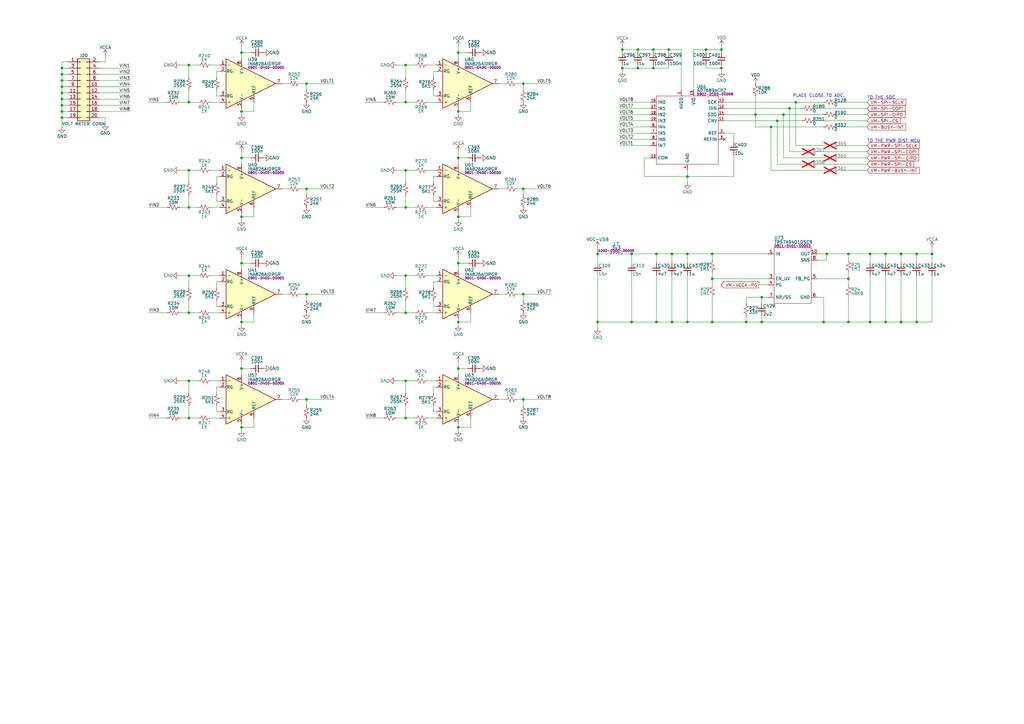
<source format=kicad_sch>
(kicad_sch (version 20250114) (generator "eeschema") (generator_version "9.0")
  (paper "A3")
  (title_block (title "Benchy Motherboard - Volt Meters") (rev "REV1") (company "Daxxn Industries") (comment 4 "Small net labels (≤0.65) are for clarity and do not connect to other nets."))
  (lib_symbols
    (symbol "Connector_Generic:Conn_02x10_Odd_Even" (pin_names (offset 1.016) (hide yes))
      (property "Reference" "J" (at 1.27 12.7 0))
      (property "Value" "Conn_02x10_Odd_Even" (at 1.27 -15.24 0))
      (symbol "Conn_02x10_Odd_Even_1_1"
        (pin passive line (at -5.08 10.16 0) (length 3.81) (name "Pin_1") (number "1"))
        (pin passive line (at -5.08 7.62 0) (length 3.81) (name "Pin_3") (number "3"))
        (pin passive line (at -5.08 5.08 0) (length 3.81) (name "Pin_5") (number "5"))
        (pin passive line (at -5.08 2.54 0) (length 3.81) (name "Pin_7") (number "7"))
        (pin passive line (at -5.08 0 0) (length 3.81) (name "Pin_9") (number "9"))
        (pin passive line (at -5.08 -2.54 0) (length 3.81) (name "Pin_11") (number "11"))
        (pin passive line (at -5.08 -5.08 0) (length 3.81) (name "Pin_13") (number "13"))
        (pin passive line (at -5.08 -7.62 0) (length 3.81) (name "Pin_15") (number "15"))
        (pin passive line (at -5.08 -10.16 0) (length 3.81) (name "Pin_17") (number "17"))
        (pin passive line (at -5.08 -12.7 0) (length 3.81) (name "Pin_19") (number "19"))
        (pin passive line (at 7.62 10.16 180) (length 3.81) (name "Pin_2") (number "2"))
        (pin passive line (at 7.62 7.62 180) (length 3.81) (name "Pin_4") (number "4"))
        (pin passive line (at 7.62 5.08 180) (length 3.81) (name "Pin_6") (number "6"))
        (pin passive line (at 7.62 2.54 180) (length 3.81) (name "Pin_8") (number "8"))
        (pin passive line (at 7.62 0 180) (length 3.81) (name "Pin_10") (number "10"))
        (pin passive line (at 7.62 -2.54 180) (length 3.81) (name "Pin_12") (number "12"))
        (pin passive line (at 7.62 -5.08 180) (length 3.81) (name "Pin_14") (number "14"))
        (pin passive line (at 7.62 -7.62 180) (length 3.81) (name "Pin_16") (number "16"))
        (pin passive line (at 7.62 -10.16 180) (length 3.81) (name "Pin_18") (number "18"))
        (pin passive line (at 7.62 -12.7 180) (length 3.81) (name "Pin_20") (number "20"))
      )
    )
    (symbol "DX_Capacitor_Ceramic:CL05A225KP5NSNC" (pin_numbers (hide yes)) (pin_names (hide yes))
      (property "Reference" "C" (at 2.794 1.778 0))
      (property "Value" "2u2" (at 2.794 0 0))
      (symbol "CL05A225KP5NSNC_1_1"
        (pin passive line (at 0 2.54 270) (length 2.032) (name "~") (number "1"))
        (pin passive line (at 0 -2.54 90) (length 2.032) (name "~") (number "2"))
      )
    )
    (symbol "DX_Capacitor_Ceramic:CL10A105KA8NNNC" (pin_numbers (hide yes)) (pin_names (hide yes))
      (property "Reference" "C" (at 2.794 1.778 0))
      (property "Value" "1u" (at 2.794 0 0))
      (symbol "CL10A105KA8NNNC_1_1"
        (pin passive line (at 0 2.54 270) (length 2.032) (name "~") (number "1"))
        (pin passive line (at 0 -2.54 90) (length 2.032) (name "~") (number "2"))
      )
    )
    (symbol "DX_Capacitor_Ceramic:CL21A475KLCLQNC" (pin_numbers (hide yes)) (pin_names (hide yes))
      (property "Reference" "C" (at 2.794 1.778 0))
      (property "Value" "4u7" (at 2.794 0 0))
      (symbol "CL21A475KLCLQNC_1_1"
        (pin passive line (at 0 2.54 270) (length 2.032) (name "~") (number "1"))
        (pin passive line (at 0 -2.54 90) (length 2.032) (name "~") (number "2"))
      )
    )
    (symbol "DX_Device:C" (pin_numbers (hide yes)) (pin_names (offset 0.254) (hide yes))
      (property "Reference" "C" (at 0.254 1.524 0))
      (property "Value" "C" (at 0.254 -1.905 0))
      (symbol "C_1_1"
        (pin passive line (at 0 2.54 270) (length 2.032) (name "~") (number "1"))
        (pin passive line (at 0 -2.54 90) (length 2.032) (name "~") (number "2"))
      )
    )
    (symbol "DX_Device:R" (pin_numbers (hide yes)) (pin_names (offset 0.254) (hide yes))
      (property "Reference" "R" (at 1.016 0.635 0))
      (property "Value" "R" (at 1.016 -1.016 0))
      (symbol "R_1_1"
        (pin passive line (at 0 2.54 270) (length 1.016) (name "~") (number "1"))
        (pin passive line (at 0 -2.54 90) (length 1.016) (name "~") (number "2"))
      )
    )
    (symbol "DX_Device_Power:VCC-USB" (power) (pin_names (offset 0))
      (property "Value" "VCC-USB" (at 0 3.429 0))
      (symbol "VCC-USB_1_1"
        (pin power_in line (at 0 0 90) (length 0) (hide yes) (name "VCC-USB") (number "1"))
      )
    )
    (symbol "DX_Device_Power:VCCA" (power) (pin_names (offset 0))
      (property "Value" "VCCA" (at 0 3.429 0))
      (symbol "VCCA_1_1"
        (pin power_in line (at 0 0 90) (length 0) (hide yes) (name "VCCA") (number "1"))
      )
    )
    (symbol "DX_IC_Amplifier_OPAMP:INA826AIDRGR" (pin_names (offset 0.2))
      (property "Reference" "U" (at 0 9.398 0))
      (property "Value" "INA826AIDRGR" (at 0 7.874 0))
      (property "PartNumber" "0801-0400-00005" (at 0 6.604 0))
      (symbol "INA826AIDRGR_1_1"
        (pin input line (at -11.43 7.62 0) (length 2.54) (name "IN-") (number "1"))
        (pin passive line (at -11.43 5.08 0) (length 2.54) (name "RG") (number "2"))
        (pin passive line (at -11.43 -5.08 0) (length 2.54) (name "RG") (number "3"))
        (pin input line (at -11.43 -7.62 0) (length 2.54) (name "IN+") (number "4"))
        (pin power_in line (at -2.54 10.16 270) (length 3.2) (name "V+") (number "8"))
        (pin power_in line (at -2.54 -10.16 90) (length 3.2) (name "V-") (number "5"))
        (pin power_in line (at -2.54 -10.16 90) (length 3.2) (hide yes) (name "PAD") (number "9"))
        (pin input line (at 2.54 -7.62 90) (length 3.2) (name "REF") (number "6"))
        (pin output line (at 13.97 0 180) (length 2.54) (name "OUT") (number "7"))
      )
    )
    (symbol "DX_IC_Analog_ADC:AD7689ACPZ"
      (property "Reference" "U" (at 16.51 3.556 0))
      (property "Value" "AD7689ACPZ" (at 16.51 2.032 0))
      (property "PartNumber" "0802-0100-00008" (at 16.51 0.762 0))
      (symbol "AD7689ACPZ_0_0"
        (pin input line (at -2.54 -2.54 0) (length 2.54) (name "SCK") (number "13"))
        (pin input line (at -2.54 -5.08 0) (length 2.54) (name "DIN") (number "12"))
        (pin output line (at -2.54 -7.62 0) (length 2.54) (name "SDO") (number "14"))
        (pin input line (at -2.54 -10.16 0) (length 2.54) (name "CNV") (number "11"))
        (pin input line (at -2.54 -15.24 0) (length 2.54) (name "REF") (number "2"))
        (pin input line (at -2.54 -17.78 0) (length 2.54) (name "REFIN") (number "3"))
        (pin power_in line (at 10.16 2.54 270) (length 2.54) (name "VIO") (number "15"))
        (pin power_in line (at 12.7 -30.48 90) (length 2.54) (hide yes) (name "GND") (number "21"))
        (pin power_in line (at 12.7 -30.48 90) (length 2.54) (name "GND") (number "4"))
        (pin power_in line (at 12.7 -30.48 90) (length 2.54) (hide yes) (name "GND") (number "5"))
        (pin input line (at 27.94 -2.54 180) (length 2.54) (name "IN0") (number "16"))
        (pin input line (at 27.94 -5.08 180) (length 2.54) (name "IN1") (number "17"))
        (pin input line (at 27.94 -7.62 180) (length 2.54) (name "IN2") (number "18"))
        (pin input line (at 27.94 -10.16 180) (length 2.54) (name "IN3") (number "19"))
        (pin input line (at 27.94 -12.7 180) (length 2.54) (name "IN4") (number "6"))
        (pin input line (at 27.94 -15.24 180) (length 2.54) (name "IN5") (number "7"))
        (pin input line (at 27.94 -17.78 180) (length 2.54) (name "IN6") (number "8"))
        (pin input line (at 27.94 -20.32 180) (length 2.54) (name "IN7") (number "9"))
        (pin input line (at 27.94 -25.4 180) (length 2.54) (name "COM") (number "10"))
      )
      (symbol "AD7689ACPZ_1_0"
        (pin power_in line (at 15.24 2.54 270) (length 2.54) (name "AVDD") (number "1"))
        (pin power_in line (at 15.24 2.54 270) (length 2.54) (hide yes) (name "AVDD") (number "20"))
      )
    )
    (symbol "DX_IC_PMIC_Regulator_Linear:TPS7A9401DSCR"
      (property "Reference" "U" (at 0 4.064 0))
      (property "Value" "TPS7A9401DSCR" (at 0 2.286 0))
      (property "PartNumber" "0811-0401-00003" (at 0 0.762 0))
      (symbol "TPS7A9401DSCR_0_0"
        (pin power_in line (at -2.54 -2.54 0) (length 2.54) (name "IN") (number "1"))
        (pin power_in line (at -2.54 -2.54 0) (length 2.54) (hide yes) (name "IN") (number "2"))
        (pin input line (at -2.54 -12.7 0) (length 2.54) (name "EN_UV") (number "3"))
        (pin output line (at -2.54 -15.24 0) (length 2.54) (name "PG") (number "4"))
        (pin input line (at -2.54 -20.32 0) (length 2.54) (name "NR/SS") (number "7"))
        (pin power_out line (at 17.78 -2.54 180) (length 2.54) (name "OUT") (number "10"))
        (pin power_out line (at 17.78 -2.54 180) (length 2.54) (hide yes) (name "OUT") (number "9"))
        (pin input line (at 17.78 -5.08 180) (length 2.54) (name "SNS") (number "8"))
        (pin input line (at 17.78 -12.7 180) (length 2.54) (name "FB_PG") (number "5"))
        (pin power_in line (at 17.78 -20.32 180) (length 2.54) (hide yes) (name "GND") (number "11"))
        (pin power_in line (at 17.78 -20.32 180) (length 2.54) (name "GND") (number "6"))
      )
    )
    (symbol "DX_Inductor:MLZ2012M3R3HT000" (pin_numbers (hide yes)) (pin_names (hide yes))
      (property "Reference" "L" (at 1.016 1.778 0))
      (property "Value" "3u3" (at 1.016 0 0))
      (property "PartNumber" "0202-0000-00005" (at 1.016 -1.524 0))
      (symbol "MLZ2012M3R3HT000_1_1"
        (pin passive line (at 0 2.54 270) (length 0.508) (name "~") (number "1"))
        (pin passive line (at 0 -2.54 90) (length 0.508) (name "~") (number "2"))
      )
    )
    (symbol "DX_Resistor:RC0402FR-0733KL" (pin_numbers (hide yes)) (pin_names (offset 0.254) (hide yes))
      (property "Reference" "R" (at 1.016 0.635 0))
      (property "Value" "33K" (at 1.016 -1.016 0))
      (symbol "RC0402FR-0733KL_1_1"
        (pin passive line (at 0 2.54 270) (length 1.016) (name "~") (number "1"))
        (pin passive line (at 0 -2.54 90) (length 1.016) (name "~") (number "2"))
      )
    )
    (symbol "DX_Resistor:RC0402FR-0749K9L" (pin_numbers (hide yes)) (pin_names (offset 0.254) (hide yes))
      (property "Reference" "R" (at 1.016 0.635 0))
      (property "Value" "49K9" (at 1.016 -1.016 0))
      (symbol "RC0402FR-0749K9L_1_1"
        (pin passive line (at 0 2.54 270) (length 1.016) (name "~") (number "1"))
        (pin passive line (at 0 -2.54 90) (length 1.016) (name "~") (number "2"))
      )
    )
    (symbol "DX_Resistor:RC0402JR-0710KL" (pin_numbers (hide yes)) (pin_names (offset 0.254) (hide yes))
      (property "Reference" "R" (at 1.016 0.635 0))
      (property "Value" "10K" (at 1.016 -1.016 0))
      (symbol "RC0402JR-0710KL_1_1"
        (pin passive line (at 0 2.54 270) (length 1.016) (name "~") (number "1"))
        (pin passive line (at 0 -2.54 90) (length 1.016) (name "~") (number "2"))
      )
    )
    (symbol "DX_Resistor:RMCF0402ZT0R00" (pin_numbers (hide yes)) (pin_names (offset 0.254) (hide yes))
      (property "Reference" "R" (at 1.016 0.635 0))
      (property "Value" "0" (at 1.016 -1.016 0))
      (symbol "RMCF0402ZT0R00_1_1"
        (pin passive line (at 0 2.54 270) (length 1.016) (name "~") (number "1"))
        (pin passive line (at 0 -2.54 90) (length 1.016) (name "~") (number "2"))
      )
    )
    (symbol "power:GND" (power) (pin_numbers (hide yes)) (pin_names (offset 0) (hide yes))
      (property "Value" "GND" (at 0 -3.81 0))
      (symbol "GND_1_1"
        (pin power_in line (at 0 0 270) (length 0) (name "~") (number "1"))
      )
    )
    (symbol "power:VDD" (power) (pin_numbers (hide yes)) (pin_names (offset 0) (hide yes))
      (property "Value" "VDD" (at 0 3.556 0))
      (symbol "VDD_1_1"
        (pin power_in line (at 0 0 90) (length 0) (name "~") (number "1"))
      )
    )
  )
  (text "TO THE PWR DIST MCU" (at 355.6 57.912 0) (effects (font (size 1.27 1.27)) (justify left)))
  (text "PLACE CLOSE TO ADC." (at 335.788 39.37 0) (effects (font (size 1.27 1.27))))
  (text "TO THE SOC" (at 355.6 40.132 0) (effects (font (size 1.27 1.27)) (justify left)))
  (junction (at 166.37 171.45))
  (junction (at 281.94 132.08))
  (junction (at 275.59 132.08))
  (junction (at 77.47 128.27))
  (junction (at 375.92 132.08))
  (junction (at 125.73 77.47))
  (junction (at 323.85 44.45))
  (junction (at 77.47 156.21))
  (junction (at 312.42 121.92))
  (junction (at 77.47 26.67))
  (junction (at 347.98 114.3))
  (junction (at 99.06 175.26))
  (junction (at 295.91 27.94))
  (junction (at 99.06 132.08))
  (junction (at 25.4 38.1))
  (junction (at 187.96 132.08))
  (junction (at 292.1 132.08))
  (junction (at 214.63 120.65))
  (junction (at 309.88 46.99))
  (junction (at 77.47 41.91))
  (junction (at 255.27 20.32))
  (junction (at 125.73 34.29))
  (junction (at 99.06 107.95))
  (junction (at 259.08 132.08))
  (junction (at 339.09 104.14))
  (junction (at 187.96 175.26))
  (junction (at 292.1 104.14))
  (junction (at 274.32 20.32))
  (junction (at 316.23 52.07))
  (junction (at 25.4 43.18))
  (junction (at 166.37 128.27))
  (junction (at 347.98 132.08))
  (junction (at 306.07 132.08))
  (junction (at 187.96 21.59))
  (junction (at 269.24 132.08))
  (junction (at 363.22 132.08))
  (junction (at 275.59 104.14))
  (junction (at 187.96 151.13))
  (junction (at 214.63 77.47))
  (junction (at 326.39 41.91))
  (junction (at 77.47 171.45))
  (junction (at 99.06 21.59))
  (junction (at 214.63 34.29))
  (junction (at 267.97 20.32))
  (junction (at 259.08 104.14))
  (junction (at 25.4 48.26))
  (junction (at 166.37 26.67))
  (junction (at 312.42 132.08))
  (junction (at 166.37 113.03))
  (junction (at 25.4 40.64))
  (junction (at 214.63 163.83))
  (junction (at 318.77 49.53))
  (junction (at 356.87 104.14))
  (junction (at 25.4 45.72))
  (junction (at 25.4 33.02))
  (junction (at 261.62 27.94))
  (junction (at 187.96 64.77))
  (junction (at 166.37 69.85))
  (junction (at 125.73 163.83))
  (junction (at 125.73 120.65))
  (junction (at 292.1 114.3))
  (junction (at 99.06 88.9))
  (junction (at 363.22 104.14))
  (junction (at 261.62 20.32))
  (junction (at 245.11 132.08))
  (junction (at 267.97 27.94))
  (junction (at 369.57 132.08))
  (junction (at 77.47 113.03))
  (junction (at 281.94 72.39))
  (junction (at 77.47 85.09))
  (junction (at 245.11 104.14))
  (junction (at 99.06 64.77))
  (junction (at 187.96 45.72))
  (junction (at 166.37 85.09))
  (junction (at 347.98 104.14))
  (junction (at 356.87 132.08))
  (junction (at 382.27 104.14))
  (junction (at 25.4 27.94))
  (junction (at 25.4 30.48))
  (junction (at 99.06 151.13))
  (junction (at 166.37 41.91))
  (junction (at 281.94 104.14))
  (junction (at 369.57 104.14))
  (junction (at 255.27 27.94))
  (junction (at 166.37 156.21))
  (junction (at 375.92 104.14))
  (junction (at 187.96 88.9))
  (junction (at 269.24 104.14))
  (junction (at 337.82 132.08))
  (junction (at 99.06 45.72))
  (junction (at 321.31 46.99))
  (junction (at 25.4 35.56))
  (junction (at 187.96 107.95))
  (junction (at 77.47 69.85))
  (junction (at 295.91 20.32))
  (junction (at 289.56 20.32))
  (no_connect (at 297.18 57.15))
  (wire (pts (xy 193.04 175.26) (xy 187.96 175.26)))
  (wire (pts (xy 166.37 69.85) (xy 170.18 69.85)))
  (wire (pts (xy 254 44.45) (xy 266.7 44.45)))
  (wire (pts (xy 254 54.61) (xy 266.7 54.61)))
  (wire (pts (xy 77.47 26.67) (xy 77.47 31.75)))
  (wire (pts (xy 86.36 26.67) (xy 90.17 26.67)))
  (wire (pts (xy 99.06 64.77) (xy 99.06 67.31)))
  (wire (pts (xy 43.18 25.4) (xy 43.18 22.86)))
  (wire (pts (xy 166.37 80.01) (xy 166.37 85.09)))
  (wire (pts (xy 284.48 20.32) (xy 289.56 20.32)))
  (wire (pts (xy 40.64 25.4) (xy 43.18 25.4)))
  (wire (pts (xy 284.48 20.32) (xy 284.48 36.83)))
  (wire (pts (xy 86.36 156.21) (xy 90.17 156.21)))
  (wire (pts (xy 312.42 129.54) (xy 312.42 132.08)))
  (wire (pts (xy 187.96 62.23) (xy 187.96 64.77)))
  (wire (pts (xy 193.04 132.08) (xy 187.96 132.08)))
  (wire (pts (xy 99.06 45.72) (xy 99.06 46.99)))
  (wire (pts (xy 292.1 114.3) (xy 292.1 116.84)))
  (wire (pts (xy 53.34 40.64) (xy 40.64 40.64)))
  (wire (pts (xy 342.9 41.91) (xy 355.6 41.91)))
  (wire (pts (xy 104.14 41.91) (xy 104.14 45.72)))
  (wire (pts (xy 149.86 171.45) (xy 157.48 171.45)))
  (wire (pts (xy 187.96 107.95) (xy 187.96 110.49)))
  (wire (pts (xy 318.77 49.53) (xy 328.93 49.53)))
  (wire (pts (xy 166.37 156.21) (xy 166.37 161.29)))
  (wire (pts (xy 125.73 120.65) (xy 125.73 123.19)))
  (wire (pts (xy 25.4 38.1) (xy 27.94 38.1)))
  (wire (pts (xy 162.56 113.03) (xy 166.37 113.03)))
  (wire (pts (xy 279.4 36.83) (xy 279.4 20.32)))
  (wire (pts (xy 212.09 34.29) (xy 214.63 34.29)))
  (wire (pts (xy 193.04 128.27) (xy 193.04 132.08)))
  (wire (pts (xy 77.47 166.37) (xy 77.47 171.45)))
  (wire (pts (xy 149.86 128.27) (xy 157.48 128.27)))
  (wire (pts (xy 77.47 171.45) (xy 81.28 171.45)))
  (wire (pts (xy 25.4 48.26) (xy 27.94 48.26)))
  (wire (pts (xy 99.06 64.77) (xy 102.87 64.77)))
  (wire (pts (xy 337.82 59.69) (xy 326.39 59.69)))
  (wire (pts (xy 115.57 34.29) (xy 118.11 34.29)))
  (wire (pts (xy 162.56 26.67) (xy 166.37 26.67)))
  (wire (pts (xy 187.96 64.77) (xy 191.77 64.77)))
  (wire (pts (xy 326.39 59.69) (xy 326.39 41.91)))
  (wire (pts (xy 382.27 101.6) (xy 382.27 104.14)))
  (wire (pts (xy 177.8 39.37) (xy 179.07 39.37)))
  (wire (pts (xy 115.57 77.47) (xy 118.11 77.47)))
  (wire (pts (xy 25.4 27.94) (xy 25.4 25.4)))
  (wire (pts (xy 149.86 41.91) (xy 157.48 41.91)))
  (wire (pts (xy 53.34 38.1) (xy 40.64 38.1)))
  (wire (pts (xy 88.9 74.93) (xy 88.9 72.39)))
  (wire (pts (xy 88.9 29.21) (xy 90.17 29.21)))
  (wire (pts (xy 73.66 128.27) (xy 77.47 128.27)))
  (wire (pts (xy 254 41.91) (xy 266.7 41.91)))
  (wire (pts (xy 177.8 74.93) (xy 177.8 72.39)))
  (wire (pts (xy 73.66 41.91) (xy 77.47 41.91)))
  (wire (pts (xy 86.36 128.27) (xy 90.17 128.27)))
  (wire (pts (xy 77.47 36.83) (xy 77.47 41.91)))
  (wire (pts (xy 25.4 45.72) (xy 27.94 45.72)))
  (wire (pts (xy 77.47 123.19) (xy 77.47 128.27)))
  (wire (pts (xy 335.28 104.14) (xy 339.09 104.14)))
  (wire (pts (xy 177.8 166.37) (xy 177.8 168.91)))
  (wire (pts (xy 356.87 104.14) (xy 363.22 104.14)))
  (wire (pts (xy 77.47 41.91) (xy 81.28 41.91)))
  (wire (pts (xy 375.92 132.08) (xy 369.57 132.08)))
  (wire (pts (xy 88.9 115.57) (xy 90.17 115.57)))
  (wire (pts (xy 53.34 27.94) (xy 40.64 27.94)))
  (wire (pts (xy 306.07 124.46) (xy 306.07 121.92)))
  (wire (pts (xy 255.27 104.14) (xy 259.08 104.14)))
  (wire (pts (xy 193.04 85.09) (xy 193.04 88.9)))
  (wire (pts (xy 187.96 132.08) (xy 187.96 133.35)))
  (wire (pts (xy 347.98 104.14) (xy 347.98 106.68)))
  (wire (pts (xy 316.23 52.07) (xy 337.82 52.07)))
  (wire (pts (xy 162.56 128.27) (xy 166.37 128.27)))
  (wire (pts (xy 25.4 33.02) (xy 27.94 33.02)))
  (wire (pts (xy 356.87 132.08) (xy 347.98 132.08)))
  (wire (pts (xy 187.96 107.95) (xy 191.77 107.95)))
  (wire (pts (xy 53.34 30.48) (xy 40.64 30.48)))
  (wire (pts (xy 166.37 171.45) (xy 170.18 171.45)))
  (wire (pts (xy 60.96 41.91) (xy 68.58 41.91)))
  (wire (pts (xy 25.4 35.56) (xy 27.94 35.56)))
  (wire (pts (xy 86.36 69.85) (xy 90.17 69.85)))
  (wire (pts (xy 53.34 35.56) (xy 40.64 35.56)))
  (wire (pts (xy 86.36 113.03) (xy 90.17 113.03)))
  (wire (pts (xy 166.37 69.85) (xy 166.37 74.93)))
  (wire (pts (xy 337.82 64.77) (xy 321.31 64.77)))
  (wire (pts (xy 275.59 104.14) (xy 281.94 104.14)))
  (wire (pts (xy 175.26 85.09) (xy 179.07 85.09)))
  (wire (pts (xy 187.96 21.59) (xy 191.77 21.59)))
  (wire (pts (xy 175.26 128.27) (xy 179.07 128.27)))
  (wire (pts (xy 245.11 132.08) (xy 259.08 132.08)))
  (wire (pts (xy 99.06 148.59) (xy 99.06 151.13)))
  (wire (pts (xy 316.23 69.85) (xy 316.23 52.07)))
  (wire (pts (xy 115.57 120.65) (xy 118.11 120.65)))
  (wire (pts (xy 335.28 114.3) (xy 347.98 114.3)))
  (wire (pts (xy 25.4 38.1) (xy 25.4 35.56)))
  (wire (pts (xy 162.56 156.21) (xy 166.37 156.21)))
  (wire (pts (xy 281.94 104.14) (xy 281.94 107.95)))
  (wire (pts (xy 25.4 40.64) (xy 27.94 40.64)))
  (wire (pts (xy 339.09 106.68) (xy 339.09 104.14)))
  (wire (pts (xy 86.36 85.09) (xy 90.17 85.09)))
  (wire (pts (xy 99.06 175.26) (xy 99.06 176.53)))
  (wire (pts (xy 347.98 132.08) (xy 337.82 132.08)))
  (wire (pts (xy 104.14 175.26) (xy 99.06 175.26)))
  (wire (pts (xy 25.4 35.56) (xy 25.4 33.02)))
  (wire (pts (xy 77.47 85.09) (xy 81.28 85.09)))
  (wire (pts (xy 77.47 113.03) (xy 81.28 113.03)))
  (wire (pts (xy 177.8 82.55) (xy 179.07 82.55)))
  (wire (pts (xy 314.96 114.3) (xy 292.1 114.3)))
  (wire (pts (xy 281.94 132.08) (xy 292.1 132.08)))
  (wire (pts (xy 53.34 43.18) (xy 40.64 43.18)))
  (wire (pts (xy 125.73 34.29) (xy 137.16 34.29)))
  (wire (pts (xy 214.63 120.65) (xy 226.06 120.65)))
  (wire (pts (xy 214.63 120.65) (xy 214.63 123.19)))
  (wire (pts (xy 88.9 118.11) (xy 88.9 115.57)))
  (wire (pts (xy 40.64 48.26) (xy 43.18 48.26)))
  (wire (pts (xy 162.56 41.91) (xy 166.37 41.91)))
  (wire (pts (xy 306.07 129.54) (xy 306.07 132.08)))
  (wire (pts (xy 275.59 113.03) (xy 275.59 132.08)))
  (wire (pts (xy 60.96 85.09) (xy 68.58 85.09)))
  (wire (pts (xy 312.42 121.92) (xy 312.42 124.46)))
  (wire (pts (xy 43.18 48.26) (xy 43.18 50.8)))
  (wire (pts (xy 342.9 52.07) (xy 355.6 52.07)))
  (wire (pts (xy 254 59.69) (xy 266.7 59.69)))
  (wire (pts (xy 25.4 40.64) (xy 25.4 38.1)))
  (wire (pts (xy 306.07 132.08) (xy 312.42 132.08)))
  (wire (pts (xy 77.47 69.85) (xy 81.28 69.85)))
  (wire (pts (xy 104.14 128.27) (xy 104.14 132.08)))
  (wire (pts (xy 77.47 113.03) (xy 77.47 118.11)))
  (wire (pts (xy 60.96 171.45) (xy 68.58 171.45)))
  (wire (pts (xy 279.4 20.32) (xy 274.32 20.32)))
  (wire (pts (xy 187.96 88.9) (xy 187.96 87.63)))
  (wire (pts (xy 77.47 69.85) (xy 77.47 74.93)))
  (wire (pts (xy 323.85 62.23) (xy 323.85 44.45)))
  (wire (pts (xy 187.96 175.26) (xy 187.96 176.53)))
  (wire (pts (xy 264.16 64.77) (xy 266.7 64.77)))
  (wire (pts (xy 295.91 27.94) (xy 289.56 27.94)))
  (wire (pts (xy 187.96 45.72) (xy 187.96 44.45)))
  (wire (pts (xy 255.27 27.94) (xy 261.62 27.94)))
  (wire (pts (xy 312.42 132.08) (xy 337.82 132.08)))
  (wire (pts (xy 88.9 123.19) (xy 88.9 125.73)))
  (wire (pts (xy 245.11 107.95) (xy 245.11 104.14)))
  (wire (pts (xy 88.9 39.37) (xy 90.17 39.37)))
  (wire (pts (xy 281.94 72.39) (xy 281.94 69.85)))
  (wire (pts (xy 269.24 104.14) (xy 269.24 107.95)))
  (wire (pts (xy 281.94 72.39) (xy 300.99 72.39)))
  (wire (pts (xy 77.47 156.21) (xy 81.28 156.21)))
  (wire (pts (xy 309.88 52.07) (xy 309.88 46.99)))
  (wire (pts (xy 177.8 168.91) (xy 179.07 168.91)))
  (wire (pts (xy 275.59 104.14) (xy 275.59 107.95)))
  (wire (pts (xy 175.26 113.03) (xy 179.07 113.03)))
  (wire (pts (xy 166.37 128.27) (xy 170.18 128.27)))
  (wire (pts (xy 88.9 161.29) (xy 88.9 158.75)))
  (wire (pts (xy 309.88 39.37) (xy 309.88 46.99)))
  (wire (pts (xy 281.94 74.93) (xy 281.94 72.39)))
  (wire (pts (xy 311.15 116.84) (xy 314.96 116.84)))
  (wire (pts (xy 123.19 34.29) (xy 125.73 34.29)))
  (wire (pts (xy 204.47 163.83) (xy 207.01 163.83)))
  (wire (pts (xy 162.56 85.09) (xy 166.37 85.09)))
  (wire (pts (xy 177.8 36.83) (xy 177.8 39.37)))
  (wire (pts (xy 187.96 19.05) (xy 187.96 21.59)))
  (wire (pts (xy 363.22 104.14) (xy 363.22 107.95)))
  (wire (pts (xy 104.14 171.45) (xy 104.14 175.26)))
  (wire (pts (xy 369.57 104.14) (xy 375.92 104.14)))
  (wire (pts (xy 104.14 45.72) (xy 99.06 45.72)))
  (wire (pts (xy 53.34 45.72) (xy 40.64 45.72)))
  (wire (pts (xy 193.04 45.72) (xy 187.96 45.72)))
  (wire (pts (xy 86.36 171.45) (xy 90.17 171.45)))
  (wire (pts (xy 309.88 46.99) (xy 321.31 46.99)))
  (wire (pts (xy 99.06 45.72) (xy 99.06 44.45)))
  (wire (pts (xy 214.63 163.83) (xy 226.06 163.83)))
  (wire (pts (xy 369.57 104.14) (xy 369.57 107.95)))
  (wire (pts (xy 175.26 41.91) (xy 179.07 41.91)))
  (wire (pts (xy 88.9 80.01) (xy 88.9 82.55)))
  (wire (pts (xy 328.93 67.31) (xy 318.77 67.31)))
  (wire (pts (xy 60.96 128.27) (xy 68.58 128.27)))
  (wire (pts (xy 363.22 104.14) (xy 369.57 104.14)))
  (wire (pts (xy 375.92 113.03) (xy 375.92 132.08)))
  (wire (pts (xy 99.06 132.08) (xy 99.06 133.35)))
  (wire (pts (xy 334.01 44.45) (xy 355.6 44.45)))
  (wire (pts (xy 25.4 25.4) (xy 27.94 25.4)))
  (wire (pts (xy 337.82 121.92) (xy 335.28 121.92)))
  (wire (pts (xy 123.19 163.83) (xy 125.73 163.83)))
  (wire (pts (xy 99.06 151.13) (xy 102.87 151.13)))
  (wire (pts (xy 261.62 20.32) (xy 261.62 21.59)))
  (wire (pts (xy 259.08 104.14) (xy 269.24 104.14)))
  (wire (pts (xy 99.06 88.9) (xy 99.06 90.17)))
  (wire (pts (xy 25.4 30.48) (xy 27.94 30.48)))
  (wire (pts (xy 267.97 27.94) (xy 274.32 27.94)))
  (wire (pts (xy 255.27 26.67) (xy 255.27 27.94)))
  (wire (pts (xy 259.08 113.03) (xy 259.08 132.08)))
  (wire (pts (xy 175.26 26.67) (xy 179.07 26.67)))
  (wire (pts (xy 214.63 34.29) (xy 214.63 36.83)))
  (wire (pts (xy 187.96 148.59) (xy 187.96 151.13)))
  (wire (pts (xy 115.57 163.83) (xy 118.11 163.83)))
  (wire (pts (xy 123.19 120.65) (xy 125.73 120.65)))
  (wire (pts (xy 214.63 163.83) (xy 214.63 166.37)))
  (wire (pts (xy 104.14 132.08) (xy 99.06 132.08)))
  (wire (pts (xy 264.16 64.77) (xy 264.16 72.39)))
  (wire (pts (xy 347.98 104.14) (xy 356.87 104.14)))
  (wire (pts (xy 177.8 115.57) (xy 179.07 115.57)))
  (wire (pts (xy 255.27 20.32) (xy 261.62 20.32)))
  (wire (pts (xy 318.77 67.31) (xy 318.77 49.53)))
  (wire (pts (xy 259.08 132.08) (xy 269.24 132.08)))
  (wire (pts (xy 269.24 132.08) (xy 275.59 132.08)))
  (wire (pts (xy 166.37 113.03) (xy 170.18 113.03)))
  (wire (pts (xy 337.82 132.08) (xy 337.82 121.92)))
  (wire (pts (xy 289.56 26.67) (xy 289.56 27.94)))
  (wire (pts (xy 363.22 132.08) (xy 356.87 132.08)))
  (wire (pts (xy 281.94 104.14) (xy 292.1 104.14)))
  (wire (pts (xy 309.88 52.07) (xy 316.23 52.07)))
  (wire (pts (xy 289.56 20.32) (xy 295.91 20.32)))
  (wire (pts (xy 255.27 20.32) (xy 255.27 21.59)))
  (wire (pts (xy 175.26 156.21) (xy 179.07 156.21)))
  (wire (pts (xy 88.9 125.73) (xy 90.17 125.73)))
  (wire (pts (xy 99.06 107.95) (xy 99.06 110.49)))
  (wire (pts (xy 166.37 26.67) (xy 170.18 26.67)))
  (wire (pts (xy 77.47 26.67) (xy 81.28 26.67)))
  (wire (pts (xy 88.9 82.55) (xy 90.17 82.55)))
  (wire (pts (xy 375.92 104.14) (xy 382.27 104.14)))
  (wire (pts (xy 204.47 34.29) (xy 207.01 34.29)))
  (wire (pts (xy 187.96 88.9) (xy 187.96 90.17)))
  (wire (pts (xy 77.47 156.21) (xy 77.47 161.29)))
  (wire (pts (xy 193.04 171.45) (xy 193.04 175.26)))
  (wire (pts (xy 274.32 26.67) (xy 274.32 27.94)))
  (wire (pts (xy 347.98 114.3) (xy 347.98 111.76)))
  (wire (pts (xy 306.07 121.92) (xy 312.42 121.92)))
  (wire (pts (xy 166.37 36.83) (xy 166.37 41.91)))
  (wire (pts (xy 177.8 125.73) (xy 179.07 125.73)))
  (wire (pts (xy 342.9 59.69) (xy 355.6 59.69)))
  (wire (pts (xy 369.57 113.03) (xy 369.57 132.08)))
  (wire (pts (xy 337.82 69.85) (xy 316.23 69.85)))
  (wire (pts (xy 177.8 80.01) (xy 177.8 82.55)))
  (wire (pts (xy 328.93 62.23) (xy 323.85 62.23)))
  (wire (pts (xy 274.32 20.32) (xy 267.97 20.32)))
  (wire (pts (xy 123.19 77.47) (xy 125.73 77.47)))
  (wire (pts (xy 292.1 104.14) (xy 314.96 104.14)))
  (wire (pts (xy 25.4 30.48) (xy 25.4 27.94)))
  (wire (pts (xy 193.04 41.91) (xy 193.04 45.72)))
  (wire (pts (xy 292.1 104.14) (xy 292.1 106.68)))
  (wire (pts (xy 125.73 120.65) (xy 137.16 120.65)))
  (wire (pts (xy 275.59 132.08) (xy 281.94 132.08)))
  (wire (pts (xy 73.66 85.09) (xy 77.47 85.09)))
  (wire (pts (xy 254 52.07) (xy 266.7 52.07)))
  (wire (pts (xy 267.97 27.94) (xy 261.62 27.94)))
  (wire (pts (xy 295.91 20.32) (xy 295.91 21.59)))
  (wire (pts (xy 175.26 69.85) (xy 179.07 69.85)))
  (wire (pts (xy 254 46.99) (xy 266.7 46.99)))
  (wire (pts (xy 125.73 77.47) (xy 125.73 80.01)))
  (wire (pts (xy 274.32 21.59) (xy 274.32 20.32)))
  (wire (pts (xy 99.06 62.23) (xy 99.06 64.77)))
  (wire (pts (xy 166.37 26.67) (xy 166.37 31.75)))
  (wire (pts (xy 187.96 132.08) (xy 187.96 130.81)))
  (wire (pts (xy 347.98 114.3) (xy 347.98 116.84)))
  (wire (pts (xy 162.56 171.45) (xy 166.37 171.45)))
  (wire (pts (xy 125.73 163.83) (xy 137.16 163.83)))
  (wire (pts (xy 99.06 105.41) (xy 99.06 107.95)))
  (wire (pts (xy 356.87 104.14) (xy 356.87 107.95)))
  (wire (pts (xy 187.96 151.13) (xy 187.96 153.67)))
  (wire (pts (xy 342.9 64.77) (xy 355.6 64.77)))
  (wire (pts (xy 334.01 62.23) (xy 355.6 62.23)))
  (wire (pts (xy 214.63 77.47) (xy 226.06 77.47)))
  (wire (pts (xy 245.11 113.03) (xy 245.11 132.08)))
  (wire (pts (xy 342.9 69.85) (xy 355.6 69.85)))
  (wire (pts (xy 73.66 156.21) (xy 77.47 156.21)))
  (wire (pts (xy 25.4 43.18) (xy 25.4 40.64)))
  (wire (pts (xy 177.8 31.75) (xy 177.8 29.21)))
  (wire (pts (xy 177.8 72.39) (xy 179.07 72.39)))
  (wire (pts (xy 73.66 113.03) (xy 77.47 113.03)))
  (wire (pts (xy 292.1 114.3) (xy 292.1 111.76)))
  (wire (pts (xy 297.18 46.99) (xy 309.88 46.99)))
  (wire (pts (xy 212.09 163.83) (xy 214.63 163.83)))
  (wire (pts (xy 289.56 20.32) (xy 289.56 21.59)))
  (wire (pts (xy 300.99 72.39) (xy 300.99 63.5)))
  (wire (pts (xy 88.9 36.83) (xy 88.9 39.37)))
  (wire (pts (xy 166.37 166.37) (xy 166.37 171.45)))
  (wire (pts (xy 259.08 104.14) (xy 259.08 107.95)))
  (wire (pts (xy 255.27 29.21) (xy 255.27 27.94)))
  (wire (pts (xy 295.91 26.67) (xy 295.91 27.94)))
  (wire (pts (xy 177.8 29.21) (xy 179.07 29.21)))
  (wire (pts (xy 104.14 85.09) (xy 104.14 88.9)))
  (wire (pts (xy 382.27 104.14) (xy 382.27 107.95)))
  (wire (pts (xy 88.9 72.39) (xy 90.17 72.39)))
  (wire (pts (xy 326.39 41.91) (xy 337.82 41.91)))
  (wire (pts (xy 269.24 113.03) (xy 269.24 132.08)))
  (wire (pts (xy 149.86 85.09) (xy 157.48 85.09)))
  (wire (pts (xy 187.96 105.41) (xy 187.96 107.95)))
  (wire (pts (xy 255.27 19.05) (xy 255.27 20.32)))
  (wire (pts (xy 177.8 123.19) (xy 177.8 125.73)))
  (wire (pts (xy 254 49.53) (xy 266.7 49.53)))
  (wire (pts (xy 162.56 69.85) (xy 166.37 69.85)))
  (wire (pts (xy 88.9 168.91) (xy 90.17 168.91)))
  (wire (pts (xy 382.27 132.08) (xy 375.92 132.08)))
  (wire (pts (xy 375.92 104.14) (xy 375.92 107.95)))
  (wire (pts (xy 261.62 27.94) (xy 261.62 26.67)))
  (wire (pts (xy 297.18 41.91) (xy 326.39 41.91)))
  (wire (pts (xy 77.47 80.01) (xy 77.47 85.09)))
  (wire (pts (xy 77.47 128.27) (xy 81.28 128.27)))
  (wire (pts (xy 339.09 104.14) (xy 347.98 104.14)))
  (wire (pts (xy 295.91 19.05) (xy 295.91 20.32)))
  (wire (pts (xy 356.87 113.03) (xy 356.87 132.08)))
  (wire (pts (xy 166.37 85.09) (xy 170.18 85.09)))
  (wire (pts (xy 187.96 64.77) (xy 187.96 67.31)))
  (wire (pts (xy 347.98 121.92) (xy 347.98 132.08)))
  (wire (pts (xy 292.1 121.92) (xy 292.1 132.08)))
  (wire (pts (xy 297.18 54.61) (xy 300.99 54.61)))
  (wire (pts (xy 363.22 113.03) (xy 363.22 132.08)))
  (wire (pts (xy 245.11 104.14) (xy 250.19 104.14)))
  (wire (pts (xy 99.06 21.59) (xy 102.87 21.59)))
  (wire (pts (xy 25.4 43.18) (xy 27.94 43.18)))
  (wire (pts (xy 88.9 31.75) (xy 88.9 29.21)))
  (wire (pts (xy 292.1 132.08) (xy 306.07 132.08)))
  (wire (pts (xy 177.8 118.11) (xy 177.8 115.57)))
  (wire (pts (xy 334.01 67.31) (xy 355.6 67.31)))
  (wire (pts (xy 25.4 48.26) (xy 25.4 45.72)))
  (wire (pts (xy 187.96 175.26) (xy 187.96 173.99)))
  (wire (pts (xy 281.94 113.03) (xy 281.94 132.08)))
  (wire (pts (xy 177.8 158.75) (xy 179.07 158.75)))
  (wire (pts (xy 245.11 132.08) (xy 245.11 134.62)))
  (wire (pts (xy 193.04 88.9) (xy 187.96 88.9)))
  (wire (pts (xy 264.16 72.39) (xy 281.94 72.39)))
  (wire (pts (xy 334.01 49.53) (xy 355.6 49.53)))
  (wire (pts (xy 99.06 107.95) (xy 102.87 107.95)))
  (wire (pts (xy 300.99 54.61) (xy 300.99 58.42)))
  (wire (pts (xy 321.31 46.99) (xy 337.82 46.99)))
  (wire (pts (xy 166.37 123.19) (xy 166.37 128.27)))
  (wire (pts (xy 267.97 20.32) (xy 267.97 21.59)))
  (wire (pts (xy 99.06 132.08) (xy 99.06 130.81)))
  (wire (pts (xy 267.97 26.67) (xy 267.97 27.94)))
  (wire (pts (xy 321.31 64.77) (xy 321.31 46.99)))
  (wire (pts (xy 166.37 156.21) (xy 170.18 156.21)))
  (wire (pts (xy 245.11 101.6) (xy 245.11 104.14)))
  (wire (pts (xy 25.4 52.07) (xy 25.4 48.26)))
  (wire (pts (xy 214.63 34.29) (xy 226.06 34.29)))
  (wire (pts (xy 214.63 77.47) (xy 214.63 80.01)))
  (wire (pts (xy 204.47 120.65) (xy 207.01 120.65)))
  (wire (pts (xy 187.96 151.13) (xy 191.77 151.13)))
  (wire (pts (xy 125.73 163.83) (xy 125.73 166.37)))
  (wire (pts (xy 125.73 77.47) (xy 137.16 77.47)))
  (wire (pts (xy 125.73 34.29) (xy 125.73 36.83)))
  (wire (pts (xy 166.37 113.03) (xy 166.37 118.11)))
  (wire (pts (xy 177.8 161.29) (xy 177.8 158.75)))
  (wire (pts (xy 269.24 104.14) (xy 275.59 104.14)))
  (wire (pts (xy 297.18 49.53) (xy 318.77 49.53)))
  (wire (pts (xy 323.85 44.45) (xy 328.93 44.45)))
  (wire (pts (xy 267.97 20.32) (xy 261.62 20.32)))
  (wire (pts (xy 73.66 69.85) (xy 77.47 69.85)))
  (wire (pts (xy 369.57 132.08) (xy 363.22 132.08)))
  (wire (pts (xy 86.36 41.91) (xy 90.17 41.91)))
  (wire (pts (xy 99.06 151.13) (xy 99.06 153.67)))
  (wire (pts (xy 382.27 113.03) (xy 382.27 132.08)))
  (wire (pts (xy 295.91 27.94) (xy 295.91 29.21)))
  (wire (pts (xy 99.06 19.05) (xy 99.06 21.59)))
  (wire (pts (xy 88.9 158.75) (xy 90.17 158.75)))
  (wire (pts (xy 204.47 77.47) (xy 207.01 77.47)))
  (wire (pts (xy 88.9 166.37) (xy 88.9 168.91)))
  (wire (pts (xy 104.14 88.9) (xy 99.06 88.9)))
  (wire (pts (xy 99.06 88.9) (xy 99.06 87.63)))
  (wire (pts (xy 187.96 21.59) (xy 187.96 24.13)))
  (wire (pts (xy 99.06 175.26) (xy 99.06 173.99)))
  (wire (pts (xy 342.9 46.99) (xy 355.6 46.99)))
  (wire (pts (xy 175.26 171.45) (xy 179.07 171.45)))
  (wire (pts (xy 73.66 26.67) (xy 77.47 26.67)))
  (wire (pts (xy 73.66 171.45) (xy 77.47 171.45)))
  (wire (pts (xy 25.4 33.02) (xy 25.4 30.48)))
  (wire (pts (xy 99.06 21.59) (xy 99.06 24.13)))
  (wire (pts (xy 166.37 41.91) (xy 170.18 41.91)))
  (wire (pts (xy 297.18 44.45) (xy 323.85 44.45)))
  (wire (pts (xy 312.42 121.92) (xy 314.96 121.92)))
  (wire (pts (xy 25.4 45.72) (xy 25.4 43.18)))
  (wire (pts (xy 53.34 33.02) (xy 40.64 33.02)))
  (wire (pts (xy 335.28 106.68) (xy 339.09 106.68)))
  (wire (pts (xy 254 57.15) (xy 266.7 57.15)))
  (wire (pts (xy 25.4 27.94) (xy 27.94 27.94)))
  (wire (pts (xy 187.96 45.72) (xy 187.96 46.99)))
  (wire (pts (xy 212.09 77.47) (xy 214.63 77.47)))
  (wire (pts (xy 212.09 120.65) (xy 214.63 120.65)))
  (label "VOLT8" (at 226.06 163.83 180))
  (label "VOLT5" (at 254 49.53 0))
  (label "VOLT1" (at 254 59.69 0))
  (label "VOLT3" (at 254 54.61 0))
  (label "VOLT7" (at 254 44.45 0))
  (label "VOLT3" (at 137.16 120.65 180))
  (label "VOLT4" (at 254 52.07 0))
  (label "VOLT6" (at 254 46.99 0))
  (label "VIN7" (at 149.86 128.27 0))
  (label "VOLT5" (at 226.06 34.29 180))
  (label "VOLT2" (at 254 57.15 0))
  (label "VIN3" (at 53.34 33.02 180))
  (label "VIN4" (at 53.34 35.56 180))
  (label "VOLT7" (at 226.06 120.65 180))
  (label "VIN1" (at 60.96 41.91 0))
  (label "VIN5" (at 53.34 38.1 180))
  (label "VIN2" (at 60.96 85.09 0))
  (label "VIN5" (at 149.86 41.91 0))
  (label "VOLT1" (at 137.16 34.29 180))
  (label "VIN8" (at 53.34 45.72 180))
  (label "VOLT8" (at 254 41.91 0))
  (label "VIN6" (at 149.86 85.09 0))
  (label "VIN4" (at 60.96 171.45 0))
  (label "VOLT4" (at 137.16 163.83 180))
  (label "VIN3" (at 60.96 128.27 0))
  (label "VIN2" (at 53.34 30.48 180))
  (label "VIN6" (at 53.34 40.64 180))
  (label "VOLT2" (at 137.16 77.47 180))
  (label "VIN1" (at 53.34 27.94 180))
  (label "VIN7" (at 53.34 43.18 180))
  (label "VOLT6" (at 226.06 77.47 180))
  (label "VIN8" (at 149.86 171.45 0))
  (global_label "VM-VCCA-PG" (shape output) (at 311.15 116.84 180) (property "Intersheetrefs" "${INTERSHEET_REFS}" (at 297.4562 116.84 0) (effects (justify right))))
  (global_label "VM-PWR-SPI-CIPO" (shape input) (at 355.6 64.77 0) (property "Intersheetrefs" "${INTERSHEET_REFS}" (at 374.7593 64.77 0) (effects (justify left))))
  (global_label "VM-PWR-SPI-SCLK" (shape input) (at 355.6 59.69 0) (property "Intersheetrefs" "${INTERSHEET_REFS}" (at 374.7593 59.69 0) (effects (justify left))))
  (global_label "VM-SPI-CS" (shape input) (at 355.6 49.53 0) (property "Intersheetrefs" "${INTERSHEET_REFS}" (at 368.2007 49.53 0) (effects (justify left))))
  (global_label "VM-PWR-SPI-CS" (shape input) (at 355.6 67.31 0) (property "Intersheetrefs" "${INTERSHEET_REFS}" (at 372.5731 67.31 0) (effects (justify left))))
  (global_label "VM-SPI-SCLK" (shape input) (at 355.6 41.91 0) (property "Intersheetrefs" "${INTERSHEET_REFS}" (at 370.3869 41.91 0) (effects (justify left))))
  (global_label "VM-PWR-BUSY-INT" (shape input) (at 355.6 69.85 0) (property "Intersheetrefs" "${INTERSHEET_REFS}" (at 374.7593 69.85 0) (effects (justify left))))
  (global_label "VM-SPI-CIPO" (shape input) (at 355.6 46.99 0) (property "Intersheetrefs" "${INTERSHEET_REFS}" (at 370.3869 46.99 0) (effects (justify left))))
  (global_label "VM-PWR-SPI-COPI" (shape input) (at 355.6 62.23 0) (property "Intersheetrefs" "${INTERSHEET_REFS}" (at 374.7593 62.23 0) (effects (justify left))))
  (global_label "VM-BUSY-INT" (shape input) (at 355.6 52.07 0) (property "Intersheetrefs" "${INTERSHEET_REFS}" (at 370.3869 52.07 0) (effects (justify left))))
  (global_label "VM-SPI-COPI" (shape input) (at 355.6 44.45 0) (property "Intersheetrefs" "${INTERSHEET_REFS}" (at 370.3869 44.45 0) (effects (justify left))))
  (symbol (lib_id "DX_Device:R") (at 88.9 34.29 0) (mirror y) (unit 1)
    (property "Reference" "R248" (at 87.884 33.655 0) (effects (justify left)))
    (property "Value" "5K1" (at 87.884 35.306 0) (effects (justify left)))
    (property "Footprint" "Daxxn_Standard_Resistors:RES_0402" (effects (hide yes)))
    (property "Description" "Resistor" (effects (hide yes)))
  )
  (symbol (lib_id "DX_Device:R") (at 71.12 85.09 90) (unit 1)
    (property "Reference" "R233" (at 71.12 81.28 90))
    (property "Value" "10M" (at 71.12 83.058 90))
    (property "Footprint" "Daxxn_Standard_Resistors:RES_1206" (effects (hide yes)))
    (property "Description" "Resistor" (effects (hide yes)))
  )
  (symbol (lib_id "DX_Capacitor_Ceramic:CL21A475KLCLQNC") (at 269.24 110.49 0) (unit 1)
    (property "Reference" "C435" (at 269.748 108.966 0) (effects (justify left)))
    (property "Value" "4u7" (at 269.748 112.268 0) (effects (justify left)))
    (property "Footprint" "Daxxn_Standard_Capacitors:CAP_0805" (effects (hide yes)))
    (property "Datasheet" "${DATASHEETS}/CL21A475KLCLQNC.pdf" (effects (hide yes)))
    (property "Description" "CAP CER 4.7UF 35V X5R 0805" (effects (hide yes)))
    (property "PartNumber" "0201-0100-00074" (effects (hide yes)))
  )
  (symbol (lib_id "power:GND") (at 245.11 134.62 0) (unit 1)
    (property "Reference" "#PWR0593" (effects (hide yes)))
    (property "Value" "GND" (at 245.11 138.43 0))
    (property "Description" "Power symbol creates a global label with name \"GND\" , ground" (effects (hide yes)))
  )
  (symbol (lib_id "power:GND") (at 99.06 133.35 0) (unit 1)
    (property "Reference" "#PWR0423" (effects (hide yes)))
    (property "Value" "GND" (at 99.06 137.16 0))
    (property "Description" "Power symbol creates a global label with name \"GND\" , ground" (effects (hide yes)))
  )
  (symbol (lib_id "power:GND") (at 107.95 64.77 90) (unit 1)
    (property "Reference" "#PWR0427" (effects (hide yes)))
    (property "Value" "GND" (at 112.522 64.77 90))
    (property "Description" "Power symbol creates a global label with name \"GND\" , ground" (effects (hide yes)))
  )
  (symbol (lib_id "DX_Device:R") (at 166.37 34.29 0) (mirror y) (unit 1)
    (property "Reference" "R264" (at 165.1 33.401 0) (effects (justify left)))
    (property "Value" "255K" (at 165.1 35.052 0) (effects (justify left)))
    (property "Footprint" "Daxxn_Standard_Resistors:RES_1206" (effects (hide yes)))
    (property "Description" "Resistor" (effects (hide yes)))
  )
  (symbol (lib_id "DX_Device:R") (at 120.65 77.47 90) (unit 1)
    (property "Reference" "R253" (at 120.65 73.66 90))
    (property "Value" "12K" (at 120.65 75.311 90))
    (property "Footprint" "Daxxn_Standard_Resistors:RES_0402" (effects (hide yes)))
    (property "Description" "Resistor" (effects (hide yes)))
  )
  (symbol (lib_id "DX_Device_Power:VCCA") (at 99.06 62.23 0) (unit 1)
    (property "Reference" "#PWR0420" (effects (hide yes)))
    (property "Value" "VCCA" (at 99.06 58.801 0))
    (property "Description" "Main supply from SMPS or other such upstream source" (effects (hide yes)))
  )
  (symbol (lib_id "DX_Device:C") (at 194.31 64.77 90) (unit 1)
    (property "Reference" "C393" (at 194.31 60.452 90))
    (property "Value" "100n" (at 194.31 61.976 90))
    (property "Footprint" "Daxxn_Standard_Capacitors:CAP_0402" (effects (hide yes)))
    (property "Description" "Unpolarized Capacitor" (effects (hide yes)))
  )
  (symbol (lib_id "power:GND") (at 196.85 107.95 90) (unit 1)
    (property "Reference" "#PWR0448" (effects (hide yes)))
    (property "Value" "GND" (at 201.422 107.95 90))
    (property "Description" "Power symbol creates a global label with name \"GND\" , ground" (effects (hide yes)))
  )
  (symbol (lib_id "power:GND") (at 125.73 85.09 0) (unit 1)
    (property "Reference" "#PWR0431" (effects (hide yes)))
    (property "Value" "GND" (at 125.73 88.9 0))
    (property "Description" "Power symbol creates a global label with name \"GND\" , ground" (effects (hide yes)))
  )
  (symbol (lib_id "DX_Device:C") (at 295.91 24.13 0) (mirror y) (unit 1)
    (property "Reference" "C401" (at 295.656 22.606 0) (effects (justify left)))
    (property "Value" "100n" (at 295.656 26.035 0) (effects (justify left)))
    (property "Footprint" "Daxxn_Standard_Capacitors:CAP_0402" (effects (hide yes)))
    (property "Description" "Unpolarized Capacitor" (effects (hide yes)))
  )
  (symbol (lib_id "DX_Resistor:RMCF0402ZT0R00") (at 340.36 46.99 90) (unit 1)
    (property "Reference" "R190" (at 342.138 46.228 90) (effects (justify right)))
    (property "Value" "0" (at 342.138 48.006 90) (effects (justify right)))
    (property "Footprint" "Daxxn_Standard_Resistors:RES_0402" (effects (hide yes)))
    (property "Datasheet" "${DATASHEETS}/SEI-RMCF_RMCP.pdf" (effects (hide yes)))
    (property "Description" "RES 0 OHM JUMPER 1/16W 0402" (effects (hide yes)))
    (property "PartNumber" "0204-0000-00002" (effects (hide yes)))
  )
  (symbol (lib_id "DX_Device:R") (at 209.55 77.47 90) (unit 1)
    (property "Reference" "R281" (at 209.55 73.66 90))
    (property "Value" "12K" (at 209.55 75.311 90))
    (property "Footprint" "Daxxn_Standard_Resistors:RES_0402" (effects (hide yes)))
    (property "Description" "Resistor" (effects (hide yes)))
  )
  (symbol (lib_id "DX_Device:R") (at 172.72 41.91 90) (unit 1)
    (property "Reference" "R269" (at 172.72 43.942 90))
    (property "Value" "1K" (at 172.72 45.593 90))
    (property "Footprint" "Daxxn_Standard_Resistors:RES_0402" (effects (hide yes)))
    (property "Description" "Resistor" (effects (hide yes)))
  )
  (symbol (lib_id "DX_Device:R") (at 88.9 120.65 0) (mirror y) (unit 1)
    (property "Reference" "R250" (at 87.884 120.015 0) (effects (justify left)))
    (property "Value" "5K1" (at 87.884 121.666 0) (effects (justify left)))
    (property "Footprint" "Daxxn_Standard_Resistors:RES_0402" (effects (hide yes)))
    (property "Description" "Resistor" (effects (hide yes)))
  )
  (symbol (lib_id "DX_Device:R") (at 160.02 128.27 90) (unit 1)
    (property "Reference" "R262" (at 160.02 124.46 90))
    (property "Value" "10M" (at 160.02 126.238 90))
    (property "Footprint" "Daxxn_Standard_Resistors:RES_1206" (effects (hide yes)))
    (property "Description" "Resistor" (effects (hide yes)))
  )
  (symbol (lib_id "power:GND") (at 107.95 21.59 90) (unit 1)
    (property "Reference" "#PWR0426" (effects (hide yes)))
    (property "Value" "GND" (at 112.522 21.59 90))
    (property "Description" "Power symbol creates a global label with name \"GND\" , ground" (effects (hide yes)))
  )
  (symbol (lib_id "DX_Resistor:RC0402FR-0749K9L") (at 347.98 119.38 0) (unit 1)
    (property "Reference" "R24" (at 348.996 118.745 0) (effects (justify left)))
    (property "Value" "49K9" (at 348.996 120.396 0) (effects (justify left)))
    (property "Footprint" "Daxxn_Standard_Resistors:RES_0402" (effects (hide yes)))
    (property "Datasheet" "${DATASHEETS}/RC-Series.pdf" (effects (hide yes)))
    (property "Description" "RES 49.9K OHM 1% 1/16W 0402" (effects (hide yes)))
    (property "PartNumber" "0204-0000-00076" (effects (hide yes)))
  )
  (symbol (lib_id "power:GND") (at 187.96 90.17 0) (unit 1)
    (property "Reference" "#PWR0441" (effects (hide yes)))
    (property "Value" "GND" (at 187.96 93.98 0))
    (property "Description" "Power symbol creates a global label with name \"GND\" , ground" (effects (hide yes)))
  )
  (symbol (lib_id "power:GND") (at 162.56 156.21 270) (unit 1)
    (property "Reference" "#PWR0437" (effects (hide yes)))
    (property "Value" "GND" (at 157.988 156.21 90))
    (property "Description" "Power symbol creates a global label with name \"GND\" , ground" (effects (hide yes)))
  )
  (symbol (lib_id "power:GND") (at 162.56 113.03 270) (unit 1)
    (property "Reference" "#PWR0436" (effects (hide yes)))
    (property "Value" "GND" (at 157.988 113.03 90))
    (property "Description" "Power symbol creates a global label with name \"GND\" , ground" (effects (hide yes)))
  )
  (symbol (lib_id "power:GND") (at 196.85 21.59 90) (unit 1)
    (property "Reference" "#PWR0446" (effects (hide yes)))
    (property "Value" "GND" (at 201.422 21.59 90))
    (property "Description" "Power symbol creates a global label with name \"GND\" , ground" (effects (hide yes)))
  )
  (symbol (lib_id "DX_Device_Power:VCCA") (at 99.06 148.59 0) (unit 1)
    (property "Reference" "#PWR0424" (effects (hide yes)))
    (property "Value" "VCCA" (at 99.06 145.161 0))
    (property "Description" "Main supply from SMPS or other such upstream source" (effects (hide yes)))
  )
  (symbol (lib_id "DX_Device:R") (at 166.37 77.47 0) (mirror y) (unit 1)
    (property "Reference" "R265" (at 165.1 76.581 0) (effects (justify left)))
    (property "Value" "255K" (at 165.1 78.232 0) (effects (justify left)))
    (property "Footprint" "Daxxn_Standard_Resistors:RES_1206" (effects (hide yes)))
    (property "Description" "Resistor" (effects (hide yes)))
  )
  (symbol (lib_id "DX_IC_Amplifier_OPAMP:INA826AIDRGR") (at 190.5 120.65 0) (unit 1)
    (property "Reference" "U62" (at 190.5 110.744 0) (effects (justify left)))
    (property "Value" "INA826AIDRGR" (at 190.5 112.522 0) (effects (justify left)))
    (property "Footprint" "Daxxn_Packages:Texas_S-PWSON-N8_EP1.2x2mm" (effects (hide yes)))
    (property "Datasheet" "${DATASHEETS}/INA826.pdf" (effects (hide yes)))
    (property "Description" "Instrumentation Amplifier 1 Circuit Rail-to-Rail 8-SON (3x3)" (effects (hide yes)))
    (property "PartNumber" "0801-0400-00005" (at 190.5 114.046 0) (effects (font (size 1 1)) (justify left)))
  )
  (symbol (lib_id "DX_Device:C") (at 245.11 110.49 0) (unit 1)
    (property "Reference" "C309" (at 245.364 108.966 0) (effects (justify left)))
    (property "Value" "15n" (at 245.364 112.395 0) (effects (justify left)))
    (property "Footprint" "Daxxn_Standard_Capacitors:CAP_0402" (effects (hide yes)))
    (property "Description" "Unpolarized Capacitor" (effects (hide yes)))
  )
  (symbol (lib_id "DX_Device_Power:VCCA") (at 255.27 19.05 0) (unit 1)
    (property "Reference" "#PWR0454" (effects (hide yes)))
    (property "Value" "VCCA" (at 255.27 15.621 0))
    (property "Description" "Main supply from SMPS or other such upstream source" (effects (hide yes)))
  )
  (symbol (lib_id "DX_Device:C") (at 267.97 24.13 0) (unit 1)
    (property "Reference" "C398" (at 268.224 22.606 0) (effects (justify left)))
    (property "Value" "100n" (at 268.224 26.035 0) (effects (justify left)))
    (property "Footprint" "Daxxn_Standard_Capacitors:CAP_0402" (effects (hide yes)))
    (property "Description" "Unpolarized Capacitor" (effects (hide yes)))
  )
  (symbol (lib_id "power:GND") (at 162.56 26.67 270) (unit 1)
    (property "Reference" "#PWR0434" (effects (hide yes)))
    (property "Value" "GND" (at 157.988 26.67 90))
    (property "Description" "Power symbol creates a global label with name \"GND\" , ground" (effects (hide yes)))
  )
  (symbol (lib_id "DX_Device:R") (at 214.63 39.37 0) (unit 1)
    (property "Reference" "R284" (at 215.9 38.608 0) (effects (justify left)))
    (property "Value" "24K" (at 215.9 40.259 0) (effects (justify left)))
    (property "Footprint" "Daxxn_Standard_Resistors:RES_0402" (effects (hide yes)))
    (property "Description" "Resistor" (effects (hide yes)))
  )
  (symbol (lib_id "DX_Device:C") (at 194.31 151.13 90) (unit 1)
    (property "Reference" "C395" (at 194.31 146.812 90))
    (property "Value" "100n" (at 194.31 148.336 90))
    (property "Footprint" "Daxxn_Standard_Capacitors:CAP_0402" (effects (hide yes)))
    (property "Description" "Unpolarized Capacitor" (effects (hide yes)))
  )
  (symbol (lib_id "DX_Resistor:RMCF0402ZT0R00") (at 331.47 62.23 90) (unit 1) (dnp yes)
    (property "Reference" "R357" (at 333.248 61.468 90) (effects (justify right)))
    (property "Value" "0" (at 333.248 63.246 90) (effects (justify right)))
    (property "Footprint" "Daxxn_Standard_Resistors:RES_0402" (effects (hide yes)))
    (property "Datasheet" "${DATASHEETS}/SEI-RMCF_RMCP.pdf" (effects (hide yes)))
    (property "Description" "RES 0 OHM JUMPER 1/16W 0402" (effects (hide yes)))
    (property "PartNumber" "0204-0000-00002" (effects (hide yes)))
  )
  (symbol (lib_id "DX_Resistor:RC0402FR-0733KL") (at 306.07 127 0) (unit 1)
    (property "Reference" "R27" (at 307.086 126.365 0) (effects (justify left)))
    (property "Value" "33K" (at 307.086 128.016 0) (effects (justify left)))
    (property "Footprint" "Daxxn_Standard_Resistors:RES_0402" (effects (hide yes)))
    (property "Datasheet" "${DATASHEETS}/RC-Series.pdf" (effects (hide yes)))
    (property "Description" "RES 33K OHM 1% 1/16W 0402" (effects (hide yes)))
    (property "PartNumber" "0204-0000-00064" (effects (hide yes)))
  )
  (symbol (lib_id "power:GND") (at 187.96 133.35 0) (unit 1)
    (property "Reference" "#PWR0443" (effects (hide yes)))
    (property "Value" "GND" (at 187.96 137.16 0))
    (property "Description" "Power symbol creates a global label with name \"GND\" , ground" (effects (hide yes)))
  )
  (symbol (lib_id "DX_Device:R") (at 125.73 82.55 0) (unit 1)
    (property "Reference" "R257" (at 127 81.788 0) (effects (justify left)))
    (property "Value" "24K" (at 127 83.439 0) (effects (justify left)))
    (property "Footprint" "Daxxn_Standard_Resistors:RES_0402" (effects (hide yes)))
    (property "Description" "Resistor" (effects (hide yes)))
  )
  (symbol (lib_id "DX_Device:R") (at 172.72 85.09 90) (unit 1)
    (property "Reference" "R271" (at 172.72 87.122 90))
    (property "Value" "1K" (at 172.72 88.773 90))
    (property "Footprint" "Daxxn_Standard_Resistors:RES_0402" (effects (hide yes)))
    (property "Description" "Resistor" (effects (hide yes)))
  )
  (symbol (lib_id "DX_IC_Amplifier_OPAMP:INA826AIDRGR") (at 101.6 163.83 0) (unit 1)
    (property "Reference" "U57" (at 101.6 153.924 0) (effects (justify left)))
    (property "Value" "INA826AIDRGR" (at 101.6 155.702 0) (effects (justify left)))
    (property "Footprint" "Daxxn_Packages:Texas_S-PWSON-N8_EP1.2x2mm" (effects (hide yes)))
    (property "Datasheet" "${DATASHEETS}/INA826.pdf" (effects (hide yes)))
    (property "Description" "Instrumentation Amplifier 1 Circuit Rail-to-Rail 8-SON (3x3)" (effects (hide yes)))
    (property "PartNumber" "0801-0400-00005" (at 101.6 157.226 0) (effects (font (size 1 1)) (justify left)))
  )
  (symbol (lib_id "DX_Device_Power:VCCA") (at 187.96 105.41 0) (unit 1)
    (property "Reference" "#PWR0442" (effects (hide yes)))
    (property "Value" "VCCA" (at 187.96 101.981 0))
    (property "Description" "Main supply from SMPS or other such upstream source" (effects (hide yes)))
  )
  (symbol (lib_id "DX_Device:C") (at 255.27 24.13 0) (unit 1)
    (property "Reference" "C396" (at 255.524 22.606 0) (effects (justify left)))
    (property "Value" "1u" (at 255.524 26.035 0) (effects (justify left)))
    (property "Footprint" "Daxxn_Standard_Capacitors:CAP_0603" (effects (hide yes)))
    (property "Description" "Unpolarized Capacitor" (effects (hide yes)))
  )
  (symbol (lib_id "DX_Device_Power:VCCA") (at 99.06 19.05 0) (unit 1)
    (property "Reference" "#PWR0418" (effects (hide yes)))
    (property "Value" "VCCA" (at 99.06 15.621 0))
    (property "Description" "Main supply from SMPS or other such upstream source" (effects (hide yes)))
  )
  (symbol (lib_id "DX_Resistor:RC0402JR-0710KL") (at 309.88 36.83 0) (unit 1)
    (property "Reference" "R288" (at 310.896 36.195 0) (effects (justify left)))
    (property "Value" "10K" (at 310.896 37.846 0) (effects (justify left)))
    (property "Footprint" "Daxxn_Standard_Resistors:RES_0402" (effects (hide yes)))
    (property "Datasheet" "${DATASHEETS}/RC-Series.pdf" (effects (hide yes)))
    (property "Description" "RES 10K OHM 5% 1/16W 0402" (effects (hide yes)))
    (property "PartNumber" "0204-0000-00016" (effects (hide yes)))
  )
  (symbol (lib_id "DX_Device:C") (at 194.31 21.59 90) (unit 1)
    (property "Reference" "C392" (at 194.31 17.272 90))
    (property "Value" "100n" (at 194.31 18.796 90))
    (property "Footprint" "Daxxn_Standard_Capacitors:CAP_0402" (effects (hide yes)))
    (property "Description" "Unpolarized Capacitor" (effects (hide yes)))
  )
  (symbol (lib_id "DX_Device:C") (at 105.41 64.77 90) (unit 1)
    (property "Reference" "C389" (at 105.41 60.452 90))
    (property "Value" "100n" (at 105.41 61.976 90))
    (property "Footprint" "Daxxn_Standard_Capacitors:CAP_0402" (effects (hide yes)))
    (property "Description" "Unpolarized Capacitor" (effects (hide yes)))
  )
  (symbol (lib_id "DX_Resistor:RMCF0402ZT0R00") (at 331.47 44.45 90) (unit 1)
    (property "Reference" "R189" (at 333.248 43.688 90) (effects (justify right)))
    (property "Value" "0" (at 333.248 45.466 90) (effects (justify right)))
    (property "Footprint" "Daxxn_Standard_Resistors:RES_0402" (effects (hide yes)))
    (property "Datasheet" "${DATASHEETS}/SEI-RMCF_RMCP.pdf" (effects (hide yes)))
    (property "Description" "RES 0 OHM JUMPER 1/16W 0402" (effects (hide yes)))
    (property "PartNumber" "0204-0000-00002" (effects (hide yes)))
  )
  (symbol (lib_id "DX_Capacitor_Ceramic:CL10A105KA8NNNC") (at 375.92 110.49 0) (unit 1)
    (property "Reference" "C433" (at 376.428 108.966 0) (effects (justify left)))
    (property "Value" "1u" (at 376.428 112.268 0) (effects (justify left)))
    (property "Footprint" "Daxxn_Standard_Capacitors:CAP_0603" (effects (hide yes)))
    (property "Datasheet" "${DATASHEETS}/CL10A105KA8NNNC.pdf" (effects (hide yes)))
    (property "Description" "CAP CER 1UF 25V X5R 0603" (effects (hide yes)))
    (property "PartNumber" "0201-0100-00051" (effects (hide yes)))
  )
  (symbol (lib_id "power:GND") (at 99.06 90.17 0) (unit 1)
    (property "Reference" "#PWR0421" (effects (hide yes)))
    (property "Value" "GND" (at 99.06 93.98 0))
    (property "Description" "Power symbol creates a global label with name \"GND\" , ground" (effects (hide yes)))
  )
  (symbol (lib_id "power:GND") (at 43.18 50.8 0) (unit 1)
    (property "Reference" "#PWR0413" (effects (hide yes)))
    (property "Value" "GND" (at 43.18 54.61 0))
    (property "Description" "Power symbol creates a global label with name \"GND\" , ground" (effects (hide yes)))
  )
  (symbol (lib_id "DX_Device:R") (at 172.72 128.27 90) (unit 1)
    (property "Reference" "R273" (at 172.72 130.302 90))
    (property "Value" "1K" (at 172.72 131.953 90))
    (property "Footprint" "Daxxn_Standard_Resistors:RES_0402" (effects (hide yes)))
    (property "Description" "Resistor" (effects (hide yes)))
  )
  (symbol (lib_id "power:GND") (at 125.73 171.45 0) (unit 1)
    (property "Reference" "#PWR0433" (effects (hide yes)))
    (property "Value" "GND" (at 125.73 175.26 0))
    (property "Description" "Power symbol creates a global label with name \"GND\" , ground" (effects (hide yes)))
  )
  (symbol (lib_id "DX_Device_Power:VCCA") (at 187.96 148.59 0) (unit 1)
    (property "Reference" "#PWR0444" (effects (hide yes)))
    (property "Value" "VCCA" (at 187.96 145.161 0))
    (property "Description" "Main supply from SMPS or other such upstream source" (effects (hide yes)))
  )
  (symbol (lib_id "power:GND") (at 107.95 151.13 90) (unit 1)
    (property "Reference" "#PWR0429" (effects (hide yes)))
    (property "Value" "GND" (at 112.522 151.13 90))
    (property "Description" "Power symbol creates a global label with name \"GND\" , ground" (effects (hide yes)))
  )
  (symbol (lib_id "power:GND") (at 162.56 69.85 270) (unit 1)
    (property "Reference" "#PWR0435" (effects (hide yes)))
    (property "Value" "GND" (at 157.988 69.85 90))
    (property "Description" "Power symbol creates a global label with name \"GND\" , ground" (effects (hide yes)))
  )
  (symbol (lib_id "DX_Resistor:RMCF0402ZT0R00") (at 331.47 67.31 90) (unit 1) (dnp yes)
    (property "Reference" "R358" (at 333.248 66.548 90) (effects (justify right)))
    (property "Value" "0" (at 333.248 68.326 90) (effects (justify right)))
    (property "Footprint" "Daxxn_Standard_Resistors:RES_0402" (effects (hide yes)))
    (property "Datasheet" "${DATASHEETS}/SEI-RMCF_RMCP.pdf" (effects (hide yes)))
    (property "Description" "RES 0 OHM JUMPER 1/16W 0402" (effects (hide yes)))
    (property "PartNumber" "0204-0000-00002" (effects (hide yes)))
  )
  (symbol (lib_id "DX_Device:C") (at 274.32 24.13 0) (unit 1)
    (property "Reference" "C399" (at 274.574 22.606 0) (effects (justify left)))
    (property "Value" "100n" (at 274.574 26.035 0) (effects (justify left)))
    (property "Footprint" "Daxxn_Standard_Capacitors:CAP_0402" (effects (hide yes)))
    (property "Description" "Unpolarized Capacitor" (effects (hide yes)))
  )
  (symbol (lib_id "power:VDD") (at 295.91 19.05 0) (unit 1)
    (property "Reference" "#PWR0457" (effects (hide yes)))
    (property "Value" "VDD" (at 295.91 15.494 0))
    (property "Description" "Power symbol creates a global label with name \"VDD\"" (effects (hide yes)))
  )
  (symbol (lib_id "DX_Device:R") (at 209.55 163.83 90) (unit 1)
    (property "Reference" "R283" (at 209.55 160.02 90))
    (property "Value" "12K" (at 209.55 161.671 90))
    (property "Footprint" "Daxxn_Standard_Resistors:RES_0402" (effects (hide yes)))
    (property "Description" "Resistor" (effects (hide yes)))
  )
  (symbol (lib_id "DX_Device:R") (at 292.1 119.38 0) (mirror y) (unit 1)
    (property "Reference" "R29" (at 291.084 118.745 0) (effects (justify left)))
    (property "Value" "1M1" (at 291.084 120.396 0) (effects (justify left)))
    (property "Footprint" "Daxxn_Standard_Resistors:RES_0402" (effects (hide yes)))
    (property "Description" "Resistor" (effects (hide yes)))
  )
  (symbol (lib_id "DX_Resistor:RMCF0402ZT0R00") (at 340.36 52.07 90) (unit 1)
    (property "Reference" "R352" (at 342.138 51.308 90) (effects (justify right)))
    (property "Value" "0" (at 342.138 53.086 90) (effects (justify right)))
    (property "Footprint" "Daxxn_Standard_Resistors:RES_0402" (effects (hide yes)))
    (property "Datasheet" "${DATASHEETS}/SEI-RMCF_RMCP.pdf" (effects (hide yes)))
    (property "Description" "RES 0 OHM JUMPER 1/16W 0402" (effects (hide yes)))
    (property "PartNumber" "0204-0000-00002" (effects (hide yes)))
  )
  (symbol (lib_id "DX_Resistor:RMCF0402ZT0R00") (at 340.36 59.69 90) (unit 1) (dnp yes)
    (property "Reference" "R359" (at 342.138 58.928 90) (effects (justify right)))
    (property "Value" "0" (at 342.138 60.706 90) (effects (justify right)))
    (property "Footprint" "Daxxn_Standard_Resistors:RES_0402" (effects (hide yes)))
    (property "Datasheet" "${DATASHEETS}/SEI-RMCF_RMCP.pdf" (effects (hide yes)))
    (property "Description" "RES 0 OHM JUMPER 1/16W 0402" (effects (hide yes)))
    (property "PartNumber" "0204-0000-00002" (effects (hide yes)))
  )
  (symbol (lib_id "power:GND") (at 73.66 69.85 270) (unit 1)
    (property "Reference" "#PWR0415" (effects (hide yes)))
    (property "Value" "GND" (at 69.088 69.85 90))
    (property "Description" "Power symbol creates a global label with name \"GND\" , ground" (effects (hide yes)))
  )
  (symbol (lib_id "DX_Device:R") (at 120.65 34.29 90) (unit 1)
    (property "Reference" "R252" (at 120.65 30.48 90))
    (property "Value" "12K" (at 120.65 32.131 90))
    (property "Footprint" "Daxxn_Standard_Resistors:RES_0402" (effects (hide yes)))
    (property "Description" "Resistor" (effects (hide yes)))
  )
  (symbol (lib_id "DX_Device:R") (at 83.82 128.27 90) (unit 1)
    (property "Reference" "R245" (at 83.82 130.302 90))
    (property "Value" "1K" (at 83.82 131.953 90))
    (property "Footprint" "Daxxn_Standard_Resistors:RES_0402" (effects (hide yes)))
    (property "Description" "Resistor" (effects (hide yes)))
  )
  (symbol (lib_id "DX_Device:R") (at 71.12 171.45 90) (unit 1)
    (property "Reference" "R235" (at 71.12 167.64 90))
    (property "Value" "10M" (at 71.12 169.418 90))
    (property "Footprint" "Daxxn_Standard_Resistors:RES_1206" (effects (hide yes)))
    (property "Description" "Resistor" (effects (hide yes)))
  )
  (symbol (lib_id "power:GND") (at 99.06 46.99 0) (unit 1)
    (property "Reference" "#PWR0419" (effects (hide yes)))
    (property "Value" "GND" (at 99.06 50.8 0))
    (property "Description" "Power symbol creates a global label with name \"GND\" , ground" (effects (hide yes)))
  )
  (symbol (lib_id "DX_Device:R") (at 125.73 125.73 0) (unit 1)
    (property "Reference" "R258" (at 127 124.968 0) (effects (justify left)))
    (property "Value" "24K" (at 127 126.619 0) (effects (justify left)))
    (property "Footprint" "Daxxn_Standard_Resistors:RES_0402" (effects (hide yes)))
    (property "Description" "Resistor" (effects (hide yes)))
  )
  (symbol (lib_id "DX_Device_Power:VCCA") (at 382.27 101.6 0) (unit 1)
    (property "Reference" "#PWR0592" (effects (hide yes)))
    (property "Value" "VCCA" (at 382.27 98.171 0))
    (property "Description" "Main supply from SMPS or other such upstream source" (effects (hide yes)))
  )
  (symbol (lib_id "power:GND") (at 73.66 113.03 270) (unit 1)
    (property "Reference" "#PWR0416" (effects (hide yes)))
    (property "Value" "GND" (at 69.088 113.03 90))
    (property "Description" "Power symbol creates a global label with name \"GND\" , ground" (effects (hide yes)))
  )
  (symbol (lib_id "DX_Device:R") (at 172.72 69.85 90) (unit 1)
    (property "Reference" "R270" (at 172.72 66.04 90))
    (property "Value" "1K" (at 172.72 67.691 90))
    (property "Footprint" "Daxxn_Standard_Resistors:RES_0402" (effects (hide yes)))
    (property "Description" "Resistor" (effects (hide yes)))
  )
  (symbol (lib_id "DX_Device:R") (at 214.63 168.91 0) (unit 1)
    (property "Reference" "R287" (at 215.9 168.148 0) (effects (justify left)))
    (property "Value" "24K" (at 215.9 169.799 0) (effects (justify left)))
    (property "Footprint" "Daxxn_Standard_Resistors:RES_0402" (effects (hide yes)))
    (property "Description" "Resistor" (effects (hide yes)))
  )
  (symbol (lib_id "DX_Device:R") (at 177.8 163.83 0) (mirror y) (unit 1)
    (property "Reference" "R279" (at 176.784 163.195 0) (effects (justify left)))
    (property "Value" "5K1" (at 176.784 164.846 0) (effects (justify left)))
    (property "Footprint" "Daxxn_Standard_Resistors:RES_0402" (effects (hide yes)))
    (property "Description" "Resistor" (effects (hide yes)))
  )
  (symbol (lib_id "DX_Device:C") (at 105.41 151.13 90) (unit 1)
    (property "Reference" "C391" (at 105.41 146.812 90))
    (property "Value" "100n" (at 105.41 148.336 90))
    (property "Footprint" "Daxxn_Standard_Capacitors:CAP_0402" (effects (hide yes)))
    (property "Description" "Unpolarized Capacitor" (effects (hide yes)))
  )
  (symbol (lib_id "DX_Device:R") (at 166.37 120.65 0) (mirror y) (unit 1)
    (property "Reference" "R266" (at 165.1 119.761 0) (effects (justify left)))
    (property "Value" "255K" (at 165.1 121.412 0) (effects (justify left)))
    (property "Footprint" "Daxxn_Standard_Resistors:RES_1206" (effects (hide yes)))
    (property "Description" "Resistor" (effects (hide yes)))
  )
  (symbol (lib_id "DX_Device:R") (at 83.82 41.91 90) (unit 1)
    (property "Reference" "R241" (at 83.82 43.942 90))
    (property "Value" "1K" (at 83.82 45.593 90))
    (property "Footprint" "Daxxn_Standard_Resistors:RES_0402" (effects (hide yes)))
    (property "Description" "Resistor" (effects (hide yes)))
  )
  (symbol (lib_id "DX_IC_Amplifier_OPAMP:INA826AIDRGR") (at 101.6 120.65 0) (unit 1)
    (property "Reference" "U41" (at 101.6 110.744 0) (effects (justify left)))
    (property "Value" "INA826AIDRGR" (at 101.6 112.522 0) (effects (justify left)))
    (property "Footprint" "Daxxn_Packages:Texas_S-PWSON-N8_EP1.2x2mm" (effects (hide yes)))
    (property "Datasheet" "${DATASHEETS}/INA826.pdf" (effects (hide yes)))
    (property "Description" "Instrumentation Amplifier 1 Circuit Rail-to-Rail 8-SON (3x3)" (effects (hide yes)))
    (property "PartNumber" "0801-0400-00005" (at 101.6 114.046 0) (effects (font (size 1 1)) (justify left)))
  )
  (symbol (lib_id "DX_Device:R") (at 166.37 163.83 0) (mirror y) (unit 1)
    (property "Reference" "R267" (at 165.1 162.941 0) (effects (justify left)))
    (property "Value" "255K" (at 165.1 164.592 0) (effects (justify left)))
    (property "Footprint" "Daxxn_Standard_Resistors:RES_1206" (effects (hide yes)))
    (property "Description" "Resistor" (effects (hide yes)))
  )
  (symbol (lib_id "DX_Resistor:RMCF0402ZT0R00") (at 340.36 41.91 90) (unit 1)
    (property "Reference" "R128" (at 342.138 41.148 90) (effects (justify right)))
    (property "Value" "0" (at 342.138 42.926 90) (effects (justify right)))
    (property "Footprint" "Daxxn_Standard_Resistors:RES_0402" (effects (hide yes)))
    (property "Datasheet" "${DATASHEETS}/SEI-RMCF_RMCP.pdf" (effects (hide yes)))
    (property "Description" "RES 0 OHM JUMPER 1/16W 0402" (effects (hide yes)))
    (property "PartNumber" "0204-0000-00002" (effects (hide yes)))
  )
  (symbol (lib_id "DX_IC_Analog_ADC:AD7689ACPZ") (at 294.64 39.37 0) (mirror y) (unit 1)
    (property "Reference" "U64" (at 285.75 35.56 0) (effects (justify right)))
    (property "Value" "AD7689ACPZ" (at 285.75 37.084 0) (effects (justify right)))
    (property "Footprint" "Daxxn_Packages:LFCSP-20-1EP_4x4mm_P0.5mm_EP2.5x2.5mm" (effects (hide yes)))
    (property "Datasheet" "${DATASHEETS}/AD7689.pdf" (effects (hide yes)))
    (property "Description" "16 Bit Analog to Digital Converter 8 Input 1 SAR 20-LFCSP (4x4)" (effects (hide yes)))
    (property "PartNumber" "0802-0100-00008" (at 285.75 38.608 0) (effects (font (size 1 1)) (justify right)))
  )
  (symbol (lib_id "DX_Device:R") (at 88.9 77.47 0) (mirror y) (unit 1)
    (property "Reference" "R249" (at 87.884 76.835 0) (effects (justify left)))
    (property "Value" "5K1" (at 87.884 78.486 0) (effects (justify left)))
    (property "Footprint" "Daxxn_Standard_Resistors:RES_0402" (effects (hide yes)))
    (property "Description" "Resistor" (effects (hide yes)))
  )
  (symbol (lib_id "power:GND") (at 125.73 128.27 0) (unit 1)
    (property "Reference" "#PWR0432" (effects (hide yes)))
    (property "Value" "GND" (at 125.73 132.08 0))
    (property "Description" "Power symbol creates a global label with name \"GND\" , ground" (effects (hide yes)))
  )
  (symbol (lib_id "DX_Device_Power:VCCA") (at 187.96 62.23 0) (unit 1)
    (property "Reference" "#PWR0440" (effects (hide yes)))
    (property "Value" "VCCA" (at 187.96 58.801 0))
    (property "Description" "Main supply from SMPS or other such upstream source" (effects (hide yes)))
  )
  (symbol (lib_id "DX_IC_PMIC_Regulator_Linear:TPS7A9401DSCR") (at 317.5 101.6 0) (unit 1)
    (property "Reference" "U73" (at 317.5 97.536 0) (effects (justify left)))
    (property "Value" "TPS7A9401DSCR" (at 317.5 99.314 0) (effects (justify left)))
    (property "Footprint" "Daxxn_Packages:WSON-10-1EP_3x3mm" (effects (hide yes)))
    (property "Datasheet" "${DATASHEETS}/TPS7A94.pdf" (effects (hide yes)))
    (property "Description" "Ultra Low-Noise LDO Positive Voltage Regulator" (effects (hide yes)))
    (property "PartNumber" "0811-0401-00003" (at 317.5 100.838 0) (effects (font (size 1 1)) (justify left)))
  )
  (symbol (lib_id "DX_Device:R") (at 347.98 109.22 0) (unit 1)
    (property "Reference" "R25" (at 348.996 108.585 0) (effects (justify left)))
    (property "Value" "1M1" (at 348.996 110.236 0) (effects (justify left)))
    (property "Footprint" "Daxxn_Standard_Resistors:RES_0402" (effects (hide yes)))
    (property "Description" "Resistor" (effects (hide yes)))
  )
  (symbol (lib_id "DX_Device:R") (at 120.65 163.83 90) (unit 1)
    (property "Reference" "R255" (at 120.65 160.02 90))
    (property "Value" "12K" (at 120.65 161.671 90))
    (property "Footprint" "Daxxn_Standard_Resistors:RES_0402" (effects (hide yes)))
    (property "Description" "Resistor" (effects (hide yes)))
  )
  (symbol (lib_id "DX_IC_Amplifier_OPAMP:INA826AIDRGR") (at 101.6 77.47 0) (unit 1)
    (property "Reference" "U40" (at 101.6 67.564 0) (effects (justify left)))
    (property "Value" "INA826AIDRGR" (at 101.6 69.342 0) (effects (justify left)))
    (property "Footprint" "Daxxn_Packages:Texas_S-PWSON-N8_EP1.2x2mm" (effects (hide yes)))
    (property "Datasheet" "${DATASHEETS}/INA826.pdf" (effects (hide yes)))
    (property "Description" "Instrumentation Amplifier 1 Circuit Rail-to-Rail 8-SON (3x3)" (effects (hide yes)))
    (property "PartNumber" "0801-0400-00005" (at 101.6 70.866 0) (effects (font (size 1 1)) (justify left)))
  )
  (symbol (lib_id "DX_Device:R") (at 83.82 113.03 90) (unit 1)
    (property "Reference" "R244" (at 83.82 109.22 90))
    (property "Value" "1K" (at 83.82 110.871 90))
    (property "Footprint" "Daxxn_Standard_Resistors:RES_0402" (effects (hide yes)))
    (property "Description" "Resistor" (effects (hide yes)))
  )
  (symbol (lib_id "Connector_Generic:Conn_02x10_Odd_Even") (at 33.02 35.56 0) (unit 1)
    (property "Reference" "J20" (at 34.29 22.86 0))
    (property "Value" "VOLT METER CONN" (at 34.29 50.8 0))
    (property "Footprint" "Connector_PinHeader_2.54mm:PinHeader_2x10_P2.54mm_Horizontal" (effects (hide yes)))
    (property "Description" "Generic connector, double row, 02x10, odd/even pin numbering scheme (row 1 odd numbers, row 2 even numbers), script generated (kicad-library-utils/schlib/autogen/connector/)" (effects (hide yes)))
    (property "PartNumber" "na" (effects (hide yes)))
  )
  (symbol (lib_id "power:GND") (at 107.95 107.95 90) (unit 1)
    (property "Reference" "#PWR0428" (effects (hide yes)))
    (property "Value" "GND" (at 112.522 107.95 90))
    (property "Description" "Power symbol creates a global label with name \"GND\" , ground" (effects (hide yes)))
  )
  (symbol (lib_id "DX_Device:C") (at 289.56 24.13 0) (mirror y) (unit 1)
    (property "Reference" "C400" (at 289.306 22.606 0) (effects (justify left)))
    (property "Value" "100n" (at 289.306 26.035 0) (effects (justify left)))
    (property "Footprint" "Daxxn_Standard_Capacitors:CAP_0402" (effects (hide yes)))
    (property "Description" "Unpolarized Capacitor" (effects (hide yes)))
  )
  (symbol (lib_id "DX_Device_Power:VCC-USB") (at 245.11 101.6 0) (unit 1)
    (property "Reference" "#PWR074" (effects (hide yes)))
    (property "Value" "VCC-USB" (at 245.11 98.171 0))
    (property "Description" "USB VBUS Power Supply" (effects (hide yes)))
  )
  (symbol (lib_id "DX_IC_Amplifier_OPAMP:INA826AIDRGR") (at 101.6 34.29 0) (unit 1)
    (property "Reference" "U39" (at 101.6 24.384 0) (effects (justify left)))
    (property "Value" "INA826AIDRGR" (at 101.6 26.162 0) (effects (justify left)))
    (property "Footprint" "Daxxn_Packages:Texas_S-PWSON-N8_EP1.2x2mm" (effects (hide yes)))
    (property "Datasheet" "${DATASHEETS}/INA826.pdf" (effects (hide yes)))
    (property "Description" "Instrumentation Amplifier 1 Circuit Rail-to-Rail 8-SON (3x3)" (effects (hide yes)))
    (property "PartNumber" "0801-0400-00005" (at 101.6 27.686 0) (effects (font (size 1 1)) (justify left)))
  )
  (symbol (lib_id "power:GND") (at 214.63 41.91 0) (unit 1)
    (property "Reference" "#PWR0450" (effects (hide yes)))
    (property "Value" "GND" (at 214.63 45.72 0))
    (property "Description" "Power symbol creates a global label with name \"GND\" , ground" (effects (hide yes)))
  )
  (symbol (lib_id "DX_Inductor:MLZ2012M3R3HT000") (at 252.73 104.14 90) (unit 1)
    (property "Reference" "L7" (at 252.73 100.076 90))
    (property "Value" "3u3" (at 252.73 101.6 90))
    (property "Footprint" "Daxxn_Standard_Inductors:IND_0805" (effects (hide yes)))
    (property "Datasheet" "${DATASHEETS}/MLZ2012.pdf" (effects (hide yes)))
    (property "Description" "3.3 µH Shielded Multilayer Inductor 500 mA 200mOhm 0805 (2012 Metric)" (effects (hide yes)))
    (property "PartNumber" "0202-0000-00005" (at 252.73 102.87 90) (effects (font (size 1 1))))
  )
  (symbol (lib_id "power:GND") (at 125.73 41.91 0) (unit 1)
    (property "Reference" "#PWR0430" (effects (hide yes)))
    (property "Value" "GND" (at 125.73 45.72 0))
    (property "Description" "Power symbol creates a global label with name \"GND\" , ground" (effects (hide yes)))
  )
  (symbol (lib_id "power:VDD") (at 309.88 34.29 0) (unit 1)
    (property "Reference" "#PWR0459" (effects (hide yes)))
    (property "Value" "VDD" (at 309.88 30.734 0))
    (property "Description" "Power symbol creates a global label with name \"VDD\"" (effects (hide yes)))
  )
  (symbol (lib_id "DX_Device:R") (at 177.8 120.65 0) (mirror y) (unit 1)
    (property "Reference" "R278" (at 176.784 120.015 0) (effects (justify left)))
    (property "Value" "5K1" (at 176.784 121.666 0) (effects (justify left)))
    (property "Footprint" "Daxxn_Standard_Resistors:RES_0402" (effects (hide yes)))
    (property "Description" "Resistor" (effects (hide yes)))
  )
  (symbol (lib_id "DX_Device:R") (at 77.47 120.65 0) (mirror y) (unit 1)
    (property "Reference" "R238" (at 76.2 119.761 0) (effects (justify left)))
    (property "Value" "255K" (at 76.2 121.412 0) (effects (justify left)))
    (property "Footprint" "Daxxn_Standard_Resistors:RES_1206" (effects (hide yes)))
    (property "Description" "Resistor" (effects (hide yes)))
  )
  (symbol (lib_id "DX_Device:C") (at 194.31 107.95 90) (unit 1)
    (property "Reference" "C394" (at 194.31 103.632 90))
    (property "Value" "100n" (at 194.31 105.156 90))
    (property "Footprint" "Daxxn_Standard_Capacitors:CAP_0402" (effects (hide yes)))
    (property "Description" "Unpolarized Capacitor" (effects (hide yes)))
  )
  (symbol (lib_id "DX_Capacitor_Ceramic:CL10A105KA8NNNC") (at 382.27 110.49 0) (unit 1)
    (property "Reference" "C434" (at 382.778 108.966 0) (effects (justify left)))
    (property "Value" "1u" (at 382.778 112.268 0) (effects (justify left)))
    (property "Footprint" "Daxxn_Standard_Capacitors:CAP_0603" (effects (hide yes)))
    (property "Datasheet" "${DATASHEETS}/CL10A105KA8NNNC.pdf" (effects (hide yes)))
    (property "Description" "CAP CER 1UF 25V X5R 0603" (effects (hide yes)))
    (property "PartNumber" "0201-0100-00051" (effects (hide yes)))
  )
  (symbol (lib_id "DX_Device:R") (at 209.55 34.29 90) (unit 1)
    (property "Reference" "R280" (at 209.55 30.48 90))
    (property "Value" "12K" (at 209.55 32.131 90))
    (property "Footprint" "Daxxn_Standard_Resistors:RES_0402" (effects (hide yes)))
    (property "Description" "Resistor" (effects (hide yes)))
  )
  (symbol (lib_id "DX_Device:R") (at 209.55 120.65 90) (unit 1)
    (property "Reference" "R282" (at 209.55 116.84 90))
    (property "Value" "12K" (at 209.55 118.491 90))
    (property "Footprint" "Daxxn_Standard_Resistors:RES_0402" (effects (hide yes)))
    (property "Description" "Resistor" (effects (hide yes)))
  )
  (symbol (lib_id "power:GND") (at 99.06 176.53 0) (unit 1)
    (property "Reference" "#PWR0425" (effects (hide yes)))
    (property "Value" "GND" (at 99.06 180.34 0))
    (property "Description" "Power symbol creates a global label with name \"GND\" , ground" (effects (hide yes)))
  )
  (symbol (lib_id "DX_Capacitor_Ceramic:CL21A475KLCLQNC") (at 275.59 110.49 0) (unit 1)
    (property "Reference" "C436" (at 276.098 108.966 0) (effects (justify left)))
    (property "Value" "4u7" (at 276.098 112.268 0) (effects (justify left)))
    (property "Footprint" "Daxxn_Standard_Capacitors:CAP_0805" (effects (hide yes)))
    (property "Datasheet" "${DATASHEETS}/CL21A475KLCLQNC.pdf" (effects (hide yes)))
    (property "Description" "CAP CER 4.7UF 35V X5R 0805" (effects (hide yes)))
    (property "PartNumber" "0201-0100-00074" (effects (hide yes)))
  )
  (symbol (lib_id "DX_Device:R") (at 88.9 163.83 0) (mirror y) (unit 1)
    (property "Reference" "R251" (at 87.884 163.195 0) (effects (justify left)))
    (property "Value" "5K1" (at 87.884 164.846 0) (effects (justify left)))
    (property "Footprint" "Daxxn_Standard_Resistors:RES_0402" (effects (hide yes)))
    (property "Description" "Resistor" (effects (hide yes)))
  )
  (symbol (lib_id "DX_Device:R") (at 172.72 171.45 90) (unit 1)
    (property "Reference" "R275" (at 172.72 173.482 90))
    (property "Value" "1K" (at 172.72 175.133 90))
    (property "Footprint" "Daxxn_Standard_Resistors:RES_0402" (effects (hide yes)))
    (property "Description" "Resistor" (effects (hide yes)))
  )
  (symbol (lib_id "DX_Resistor:RMCF0402ZT0R00") (at 340.36 69.85 90) (unit 1) (dnp yes)
    (property "Reference" "R361" (at 342.138 69.088 90) (effects (justify right)))
    (property "Value" "0" (at 342.138 70.866 90) (effects (justify right)))
    (property "Footprint" "Daxxn_Standard_Resistors:RES_0402" (effects (hide yes)))
    (property "Datasheet" "${DATASHEETS}/SEI-RMCF_RMCP.pdf" (effects (hide yes)))
    (property "Description" "RES 0 OHM JUMPER 1/16W 0402" (effects (hide yes)))
    (property "PartNumber" "0204-0000-00002" (effects (hide yes)))
  )
  (symbol (lib_id "power:GND") (at 214.63 85.09 0) (unit 1)
    (property "Reference" "#PWR0451" (effects (hide yes)))
    (property "Value" "GND" (at 214.63 88.9 0))
    (property "Description" "Power symbol creates a global label with name \"GND\" , ground" (effects (hide yes)))
  )
  (symbol (lib_id "DX_Device:R") (at 177.8 77.47 0) (mirror y) (unit 1)
    (property "Reference" "R277" (at 176.784 76.835 0) (effects (justify left)))
    (property "Value" "5K1" (at 176.784 78.486 0) (effects (justify left)))
    (property "Footprint" "Daxxn_Standard_Resistors:RES_0402" (effects (hide yes)))
    (property "Description" "Resistor" (effects (hide yes)))
  )
  (symbol (lib_id "DX_IC_Amplifier_OPAMP:INA826AIDRGR") (at 190.5 77.47 0) (unit 1)
    (property "Reference" "U61" (at 190.5 67.564 0) (effects (justify left)))
    (property "Value" "INA826AIDRGR" (at 190.5 69.342 0) (effects (justify left)))
    (property "Footprint" "Daxxn_Packages:Texas_S-PWSON-N8_EP1.2x2mm" (effects (hide yes)))
    (property "Datasheet" "${DATASHEETS}/INA826.pdf" (effects (hide yes)))
    (property "Description" "Instrumentation Amplifier 1 Circuit Rail-to-Rail 8-SON (3x3)" (effects (hide yes)))
    (property "PartNumber" "0801-0400-00005" (at 190.5 70.866 0) (effects (font (size 1 1)) (justify left)))
  )
  (symbol (lib_id "DX_Device_Power:VCCA") (at 187.96 19.05 0) (unit 1)
    (property "Reference" "#PWR0438" (effects (hide yes)))
    (property "Value" "VCCA" (at 187.96 15.621 0))
    (property "Description" "Main supply from SMPS or other such upstream source" (effects (hide yes)))
  )
  (symbol (lib_id "DX_Device:R") (at 120.65 120.65 90) (unit 1)
    (property "Reference" "R254" (at 120.65 116.84 90))
    (property "Value" "12K" (at 120.65 118.491 90))
    (property "Footprint" "Daxxn_Standard_Resistors:RES_0402" (effects (hide yes)))
    (property "Description" "Resistor" (effects (hide yes)))
  )
  (symbol (lib_id "power:GND") (at 196.85 64.77 90) (unit 1)
    (property "Reference" "#PWR0447" (effects (hide yes)))
    (property "Value" "GND" (at 201.422 64.77 90))
    (property "Description" "Power symbol creates a global label with name \"GND\" , ground" (effects (hide yes)))
  )
  (symbol (lib_id "DX_Device:R") (at 83.82 85.09 90) (unit 1)
    (property "Reference" "R243" (at 83.82 87.122 90))
    (property "Value" "1K" (at 83.82 88.773 90))
    (property "Footprint" "Daxxn_Standard_Resistors:RES_0402" (effects (hide yes)))
    (property "Description" "Resistor" (effects (hide yes)))
  )
  (symbol (lib_id "power:GND") (at 295.91 29.21 0) (unit 1)
    (property "Reference" "#PWR0458" (effects (hide yes)))
    (property "Value" "GND" (at 295.91 33.02 0))
    (property "Description" "Power symbol creates a global label with name \"GND\" , ground" (effects (hide yes)))
  )
  (symbol (lib_id "DX_Device:R") (at 172.72 156.21 90) (unit 1)
    (property "Reference" "R274" (at 172.72 152.4 90))
    (property "Value" "1K" (at 172.72 154.051 90))
    (property "Footprint" "Daxxn_Standard_Resistors:RES_0402" (effects (hide yes)))
    (property "Description" "Resistor" (effects (hide yes)))
  )
  (symbol (lib_id "power:GND") (at 214.63 171.45 0) (unit 1)
    (property "Reference" "#PWR0453" (effects (hide yes)))
    (property "Value" "GND" (at 214.63 175.26 0))
    (property "Description" "Power symbol creates a global label with name \"GND\" , ground" (effects (hide yes)))
  )
  (symbol (lib_id "DX_Capacitor_Ceramic:CL21A475KLCLQNC") (at 363.22 110.49 0) (unit 1)
    (property "Reference" "C431" (at 363.728 108.966 0) (effects (justify left)))
    (property "Value" "4u7" (at 363.728 112.268 0) (effects (justify left)))
    (property "Footprint" "Daxxn_Standard_Capacitors:CAP_0805" (effects (hide yes)))
    (property "Datasheet" "${DATASHEETS}/CL21A475KLCLQNC.pdf" (effects (hide yes)))
    (property "Description" "CAP CER 4.7UF 35V X5R 0805" (effects (hide yes)))
    (property "PartNumber" "0201-0100-00074" (effects (hide yes)))
  )
  (symbol (lib_id "DX_Device:R") (at 77.47 77.47 0) (mirror y) (unit 1)
    (property "Reference" "R237" (at 76.2 76.581 0) (effects (justify left)))
    (property "Value" "255K" (at 76.2 78.232 0) (effects (justify left)))
    (property "Footprint" "Daxxn_Standard_Resistors:RES_1206" (effects (hide yes)))
    (property "Description" "Resistor" (effects (hide yes)))
  )
  (symbol (lib_id "DX_Device:R") (at 125.73 168.91 0) (unit 1)
    (property "Reference" "R259" (at 127 168.148 0) (effects (justify left)))
    (property "Value" "24K" (at 127 169.799 0) (effects (justify left)))
    (property "Footprint" "Daxxn_Standard_Resistors:RES_0402" (effects (hide yes)))
    (property "Description" "Resistor" (effects (hide yes)))
  )
  (symbol (lib_id "DX_Device:R") (at 125.73 39.37 0) (unit 1)
    (property "Reference" "R256" (at 127 38.608 0) (effects (justify left)))
    (property "Value" "24K" (at 127 40.259 0) (effects (justify left)))
    (property "Footprint" "Daxxn_Standard_Resistors:RES_0402" (effects (hide yes)))
    (property "Description" "Resistor" (effects (hide yes)))
  )
  (symbol (lib_id "DX_Device_Power:VCCA") (at 43.18 22.86 0) (unit 1)
    (property "Reference" "#PWR0412" (effects (hide yes)))
    (property "Value" "VCCA" (at 43.18 19.431 0))
    (property "Description" "Main supply from SMPS or other such upstream source" (effects (hide yes)))
  )
  (symbol (lib_id "DX_Capacitor_Ceramic:CL05A225KP5NSNC") (at 312.42 127 0) (unit 1)
    (property "Reference" "C429" (at 312.928 125.476 0) (effects (justify left)))
    (property "Value" "2u2" (at 312.928 128.778 0) (effects (justify left)))
    (property "Footprint" "Daxxn_Standard_Capacitors:CAP_0402" (effects (hide yes)))
    (property "Datasheet" "${DATASHEETS}/CL05A225KP5NSNC.pdf" (effects (hide yes)))
    (property "Description" "CAP CER 2.2UF 10V X5R 0402" (effects (hide yes)))
    (property "PartNumber" "0201-0100-00055" (effects (hide yes)))
  )
  (symbol (lib_id "power:GND") (at 187.96 46.99 0) (unit 1)
    (property "Reference" "#PWR0439" (effects (hide yes)))
    (property "Value" "GND" (at 187.96 50.8 0))
    (property "Description" "Power symbol creates a global label with name \"GND\" , ground" (effects (hide yes)))
  )
  (symbol (lib_id "DX_Device:R") (at 292.1 109.22 0) (mirror y) (unit 1)
    (property "Reference" "R28" (at 291.084 108.585 0) (effects (justify left)))
    (property "Value" "1M1" (at 291.084 110.236 0) (effects (justify left)))
    (property "Footprint" "Daxxn_Standard_Resistors:RES_0402" (effects (hide yes)))
    (property "Description" "Resistor" (effects (hide yes)))
  )
  (symbol (lib_id "DX_Device:C") (at 259.08 110.49 0) (unit 1)
    (property "Reference" "C310" (at 259.334 108.966 0) (effects (justify left)))
    (property "Value" "15n" (at 259.334 112.395 0) (effects (justify left)))
    (property "Footprint" "Daxxn_Standard_Capacitors:CAP_0402" (effects (hide yes)))
    (property "Description" "Unpolarized Capacitor" (effects (hide yes)))
  )
  (symbol (lib_id "DX_IC_Amplifier_OPAMP:INA826AIDRGR") (at 190.5 163.83 0) (unit 1)
    (property "Reference" "U63" (at 190.5 153.924 0) (effects (justify left)))
    (property "Value" "INA826AIDRGR" (at 190.5 155.702 0) (effects (justify left)))
    (property "Footprint" "Daxxn_Packages:Texas_S-PWSON-N8_EP1.2x2mm" (effects (hide yes)))
    (property "Datasheet" "${DATASHEETS}/INA826.pdf" (effects (hide yes)))
    (property "Description" "Instrumentation Amplifier 1 Circuit Rail-to-Rail 8-SON (3x3)" (effects (hide yes)))
    (property "PartNumber" "0801-0400-00005" (at 190.5 157.226 0) (effects (font (size 1 1)) (justify left)))
  )
  (symbol (lib_id "DX_Device:R") (at 172.72 113.03 90) (unit 1)
    (property "Reference" "R272" (at 172.72 109.22 90))
    (property "Value" "1K" (at 172.72 110.871 90))
    (property "Footprint" "Daxxn_Standard_Resistors:RES_0402" (effects (hide yes)))
    (property "Description" "Resistor" (effects (hide yes)))
  )
  (symbol (lib_id "DX_Capacitor_Ceramic:CL21A475KLCLQNC") (at 369.57 110.49 0) (unit 1)
    (property "Reference" "C432" (at 370.078 108.966 0) (effects (justify left)))
    (property "Value" "4u7" (at 370.078 112.268 0) (effects (justify left)))
    (property "Footprint" "Daxxn_Standard_Capacitors:CAP_0805" (effects (hide yes)))
    (property "Datasheet" "${DATASHEETS}/CL21A475KLCLQNC.pdf" (effects (hide yes)))
    (property "Description" "CAP CER 4.7UF 35V X5R 0805" (effects (hide yes)))
    (property "PartNumber" "0201-0100-00074" (effects (hide yes)))
  )
  (symbol (lib_id "power:GND") (at 25.4 52.07 0) (unit 1)
    (property "Reference" "#PWR0551" (effects (hide yes)))
    (property "Value" "GND" (at 25.4 55.88 0))
    (property "Description" "Power symbol creates a global label with name \"GND\" , ground" (effects (hide yes)))
  )
  (symbol (lib_id "DX_Capacitor_Ceramic:CL10A105KA8NNNC") (at 281.94 110.49 0) (unit 1)
    (property "Reference" "C437" (at 282.448 108.966 0) (effects (justify left)))
    (property "Value" "1u" (at 282.448 112.268 0) (effects (justify left)))
    (property "Footprint" "Daxxn_Standard_Capacitors:CAP_0603" (effects (hide yes)))
    (property "Datasheet" "${DATASHEETS}/CL10A105KA8NNNC.pdf" (effects (hide yes)))
    (property "Description" "CAP CER 1UF 25V X5R 0603" (effects (hide yes)))
    (property "PartNumber" "0201-0100-00051" (effects (hide yes)))
  )
  (symbol (lib_id "power:GND") (at 214.63 128.27 0) (unit 1)
    (property "Reference" "#PWR0452" (effects (hide yes)))
    (property "Value" "GND" (at 214.63 132.08 0))
    (property "Description" "Power symbol creates a global label with name \"GND\" , ground" (effects (hide yes)))
  )
  (symbol (lib_id "DX_Device:C") (at 105.41 107.95 90) (unit 1)
    (property "Reference" "C390" (at 105.41 103.632 90))
    (property "Value" "100n" (at 105.41 105.156 90))
    (property "Footprint" "Daxxn_Standard_Capacitors:CAP_0402" (effects (hide yes)))
    (property "Description" "Unpolarized Capacitor" (effects (hide yes)))
  )
  (symbol (lib_id "DX_Device:R") (at 71.12 41.91 90) (unit 1)
    (property "Reference" "R232" (at 71.12 38.1 90))
    (property "Value" "10M" (at 71.12 39.878 90))
    (property "Footprint" "Daxxn_Standard_Resistors:RES_1206" (effects (hide yes)))
    (property "Description" "Resistor" (effects (hide yes)))
  )
  (symbol (lib_id "power:GND") (at 281.94 74.93 0) (unit 1)
    (property "Reference" "#PWR0456" (effects (hide yes)))
    (property "Value" "GND" (at 281.94 78.74 0))
    (property "Description" "Power symbol creates a global label with name \"GND\" , ground" (effects (hide yes)))
  )
  (symbol (lib_id "power:GND") (at 255.27 29.21 0) (unit 1)
    (property "Reference" "#PWR0455" (effects (hide yes)))
    (property "Value" "GND" (at 255.27 33.02 0))
    (property "Description" "Power symbol creates a global label with name \"GND\" , ground" (effects (hide yes)))
  )
  (symbol (lib_id "DX_Device:R") (at 71.12 128.27 90) (unit 1)
    (property "Reference" "R234" (at 71.12 124.46 90))
    (property "Value" "10M" (at 71.12 126.238 90))
    (property "Footprint" "Daxxn_Standard_Resistors:RES_1206" (effects (hide yes)))
    (property "Description" "Resistor" (effects (hide yes)))
  )
  (symbol (lib_id "DX_Device:R") (at 177.8 34.29 0) (mirror y) (unit 1)
    (property "Reference" "R276" (at 176.784 33.655 0) (effects (justify left)))
    (property "Value" "5K1" (at 176.784 35.306 0) (effects (justify left)))
    (property "Footprint" "Daxxn_Standard_Resistors:RES_0402" (effects (hide yes)))
    (property "Description" "Resistor" (effects (hide yes)))
  )
  (symbol (lib_id "DX_Device:R") (at 160.02 171.45 90) (unit 1)
    (property "Reference" "R263" (at 160.02 167.64 90))
    (property "Value" "10M" (at 160.02 169.418 90))
    (property "Footprint" "Daxxn_Standard_Resistors:RES_1206" (effects (hide yes)))
    (property "Description" "Resistor" (effects (hide yes)))
  )
  (symbol (lib_id "DX_Device:R") (at 83.82 26.67 90) (unit 1)
    (property "Reference" "R240" (at 83.82 22.86 90))
    (property "Value" "1K" (at 83.82 24.511 90))
    (property "Footprint" "Daxxn_Standard_Resistors:RES_0402" (effects (hide yes)))
    (property "Description" "Resistor" (effects (hide yes)))
  )
  (symbol (lib_id "power:GND") (at 196.85 151.13 90) (unit 1)
    (property "Reference" "#PWR0449" (effects (hide yes)))
    (property "Value" "GND" (at 201.422 151.13 90))
    (property "Description" "Power symbol creates a global label with name \"GND\" , ground" (effects (hide yes)))
  )
  (symbol (lib_id "DX_Device:R") (at 214.63 82.55 0) (unit 1)
    (property "Reference" "R285" (at 215.9 81.788 0) (effects (justify left)))
    (property "Value" "24K" (at 215.9 83.439 0) (effects (justify left)))
    (property "Footprint" "Daxxn_Standard_Resistors:RES_0402" (effects (hide yes)))
    (property "Description" "Resistor" (effects (hide yes)))
  )
  (symbol (lib_id "DX_Device:R") (at 160.02 41.91 90) (unit 1)
    (property "Reference" "R260" (at 160.02 38.1 90))
    (property "Value" "10M" (at 160.02 39.878 90))
    (property "Footprint" "Daxxn_Standard_Resistors:RES_1206" (effects (hide yes)))
    (property "Description" "Resistor" (effects (hide yes)))
  )
  (symbol (lib_id "DX_Device:C") (at 105.41 21.59 90) (unit 1)
    (property "Reference" "C388" (at 105.41 17.272 90))
    (property "Value" "100n" (at 105.41 18.796 90))
    (property "Footprint" "Daxxn_Standard_Capacitors:CAP_0402" (effects (hide yes)))
    (property "Description" "Unpolarized Capacitor" (effects (hide yes)))
  )
  (symbol (lib_id "DX_Device:R") (at 83.82 156.21 90) (unit 1)
    (property "Reference" "R246" (at 83.82 152.4 90))
    (property "Value" "1K" (at 83.82 154.051 90))
    (property "Footprint" "Daxxn_Standard_Resistors:RES_0402" (effects (hide yes)))
    (property "Description" "Resistor" (effects (hide yes)))
  )
  (symbol (lib_id "DX_Device:R") (at 214.63 125.73 0) (unit 1)
    (property "Reference" "R286" (at 215.9 124.968 0) (effects (justify left)))
    (property "Value" "24K" (at 215.9 126.619 0) (effects (justify left)))
    (property "Footprint" "Daxxn_Standard_Resistors:RES_0402" (effects (hide yes)))
    (property "Description" "Resistor" (effects (hide yes)))
  )
  (symbol (lib_id "DX_Device_Power:VCCA") (at 99.06 105.41 0) (unit 1)
    (property "Reference" "#PWR0422" (effects (hide yes)))
    (property "Value" "VCCA" (at 99.06 101.981 0))
    (property "Description" "Main supply from SMPS or other such upstream source" (effects (hide yes)))
  )
  (symbol (lib_id "DX_Capacitor_Ceramic:CL21A475KLCLQNC") (at 356.87 110.49 0) (unit 1)
    (property "Reference" "C430" (at 357.378 108.966 0) (effects (justify left)))
    (property "Value" "4u7" (at 357.378 112.268 0) (effects (justify left)))
    (property "Footprint" "Daxxn_Standard_Capacitors:CAP_0805" (effects (hide yes)))
    (property "Datasheet" "${DATASHEETS}/CL21A475KLCLQNC.pdf" (effects (hide yes)))
    (property "Description" "CAP CER 4.7UF 35V X5R 0805" (effects (hide yes)))
    (property "PartNumber" "0201-0100-00074" (effects (hide yes)))
  )
  (symbol (lib_id "DX_Device:C") (at 300.99 60.96 0) (unit 1)
    (property "Reference" "C402" (at 301.244 59.436 0) (effects (justify left)))
    (property "Value" "10u" (at 301.244 62.865 0) (effects (justify left)))
    (property "Footprint" "Daxxn_Standard_Capacitors:CAP_0402" (effects (hide yes)))
    (property "Description" "Unpolarized Capacitor" (effects (hide yes)))
  )
  (symbol (lib_id "DX_Device:R") (at 83.82 171.45 90) (unit 1)
    (property "Reference" "R247" (at 83.82 173.482 90))
    (property "Value" "1K" (at 83.82 175.133 90))
    (property "Footprint" "Daxxn_Standard_Resistors:RES_0402" (effects (hide yes)))
    (property "Description" "Resistor" (effects (hide yes)))
  )
  (symbol (lib_id "power:GND") (at 187.96 176.53 0) (unit 1)
    (property "Reference" "#PWR0445" (effects (hide yes)))
    (property "Value" "GND" (at 187.96 180.34 0))
    (property "Description" "Power symbol creates a global label with name \"GND\" , ground" (effects (hide yes)))
  )
  (symbol (lib_id "DX_Resistor:RMCF0402ZT0R00") (at 331.47 49.53 90) (unit 1)
    (property "Reference" "R351" (at 333.248 48.768 90) (effects (justify right)))
    (property "Value" "0" (at 333.248 50.546 90) (effects (justify right)))
    (property "Footprint" "Daxxn_Standard_Resistors:RES_0402" (effects (hide yes)))
    (property "Datasheet" "${DATASHEETS}/SEI-RMCF_RMCP.pdf" (effects (hide yes)))
    (property "Description" "RES 0 OHM JUMPER 1/16W 0402" (effects (hide yes)))
    (property "PartNumber" "0204-0000-00002" (effects (hide yes)))
  )
  (symbol (lib_id "DX_Device:R") (at 77.47 163.83 0) (mirror y) (unit 1)
    (property "Reference" "R239" (at 76.2 162.941 0) (effects (justify left)))
    (property "Value" "255K" (at 76.2 164.592 0) (effects (justify left)))
    (property "Footprint" "Daxxn_Standard_Resistors:RES_1206" (effects (hide yes)))
    (property "Description" "Resistor" (effects (hide yes)))
  )
  (symbol (lib_id "power:GND") (at 73.66 156.21 270) (unit 1)
    (property "Reference" "#PWR0417" (effects (hide yes)))
    (property "Value" "GND" (at 69.088 156.21 90))
    (property "Description" "Power symbol creates a global label with name \"GND\" , ground" (effects (hide yes)))
  )
  (symbol (lib_id "DX_Device:R") (at 172.72 26.67 90) (unit 1)
    (property "Reference" "R268" (at 172.72 22.86 90))
    (property "Value" "1K" (at 172.72 24.511 90))
    (property "Footprint" "Daxxn_Standard_Resistors:RES_0402" (effects (hide yes)))
    (property "Description" "Resistor" (effects (hide yes)))
  )
  (symbol (lib_id "DX_Device:R") (at 160.02 85.09 90) (unit 1)
    (property "Reference" "R261" (at 160.02 81.28 90))
    (property "Value" "10M" (at 160.02 83.058 90))
    (property "Footprint" "Daxxn_Standard_Resistors:RES_1206" (effects (hide yes)))
    (property "Description" "Resistor" (effects (hide yes)))
  )
  (symbol (lib_id "DX_Device:R") (at 77.47 34.29 0) (mirror y) (unit 1)
    (property "Reference" "R236" (at 76.2 33.401 0) (effects (justify left)))
    (property "Value" "255K" (at 76.2 35.052 0) (effects (justify left)))
    (property "Footprint" "Daxxn_Standard_Resistors:RES_1206" (effects (hide yes)))
    (property "Description" "Resistor" (effects (hide yes)))
  )
  (symbol (lib_id "DX_Device:R") (at 83.82 69.85 90) (unit 1)
    (property "Reference" "R242" (at 83.82 66.04 90))
    (property "Value" "1K" (at 83.82 67.691 90))
    (property "Footprint" "Daxxn_Standard_Resistors:RES_0402" (effects (hide yes)))
    (property "Description" "Resistor" (effects (hide yes)))
  )
  (symbol (lib_id "power:GND") (at 73.66 26.67 270) (unit 1)
    (property "Reference" "#PWR0414" (effects (hide yes)))
    (property "Value" "GND" (at 69.088 26.67 90))
    (property "Description" "Power symbol creates a global label with name \"GND\" , ground" (effects (hide yes)))
  )
  (symbol (lib_id "DX_Device:C") (at 261.62 24.13 0) (unit 1)
    (property "Reference" "C397" (at 261.874 22.606 0) (effects (justify left)))
    (property "Value" "1u" (at 261.874 26.035 0) (effects (justify left)))
    (property "Footprint" "Daxxn_Standard_Capacitors:CAP_0603" (effects (hide yes)))
    (property "Description" "Unpolarized Capacitor" (effects (hide yes)))
  )
  (symbol (lib_id "DX_IC_Amplifier_OPAMP:INA826AIDRGR") (at 190.5 34.29 0) (unit 1)
    (property "Reference" "U60" (at 190.5 24.384 0) (effects (justify left)))
    (property "Value" "INA826AIDRGR" (at 190.5 26.162 0) (effects (justify left)))
    (property "Footprint" "Daxxn_Packages:Texas_S-PWSON-N8_EP1.2x2mm" (effects (hide yes)))
    (property "Datasheet" "${DATASHEETS}/INA826.pdf" (effects (hide yes)))
    (property "Description" "Instrumentation Amplifier 1 Circuit Rail-to-Rail 8-SON (3x3)" (effects (hide yes)))
    (property "PartNumber" "0801-0400-00005" (at 190.5 27.686 0) (effects (font (size 1 1)) (justify left)))
  )
  (symbol (lib_id "DX_Resistor:RMCF0402ZT0R00") (at 340.36 64.77 90) (unit 1) (dnp yes)
    (property "Reference" "R360" (at 342.138 64.008 90) (effects (justify right)))
    (property "Value" "0" (at 342.138 65.786 90) (effects (justify right)))
    (property "Footprint" "Daxxn_Standard_Resistors:RES_0402" (effects (hide yes)))
    (property "Datasheet" "${DATASHEETS}/SEI-RMCF_RMCP.pdf" (effects (hide yes)))
    (property "Description" "RES 0 OHM JUMPER 1/16W 0402" (effects (hide yes)))
    (property "PartNumber" "0204-0000-00002" (effects (hide yes)))
  )
)
</source>
